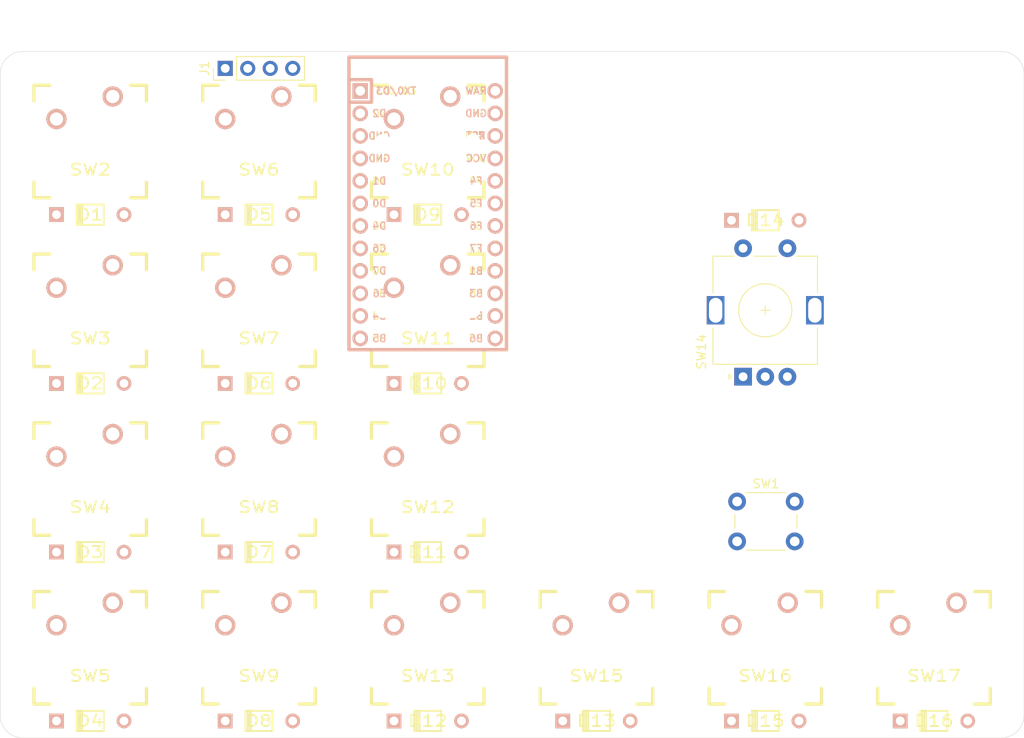
<source format=kicad_pcb>
(kicad_pcb (version 20171130) (host pcbnew "(5.1.5)-3")

  (general
    (thickness 1.6)
    (drawings 8)
    (tracks 0)
    (zones 0)
    (modules 35)
    (nets 34)
  )

  (page A4)
  (layers
    (0 F.Cu signal)
    (31 B.Cu signal)
    (32 B.Adhes user)
    (33 F.Adhes user)
    (34 B.Paste user)
    (35 F.Paste user)
    (36 B.SilkS user)
    (37 F.SilkS user)
    (38 B.Mask user)
    (39 F.Mask user)
    (40 Dwgs.User user)
    (41 Cmts.User user)
    (42 Eco1.User user)
    (43 Eco2.User user)
    (44 Edge.Cuts user)
    (45 Margin user)
    (46 B.CrtYd user)
    (47 F.CrtYd user)
    (48 B.Fab user)
    (49 F.Fab user)
  )

  (setup
    (last_trace_width 0.25)
    (trace_clearance 0.2)
    (zone_clearance 0.508)
    (zone_45_only no)
    (trace_min 0.2)
    (via_size 0.8)
    (via_drill 0.4)
    (via_min_size 0.4)
    (via_min_drill 0.3)
    (uvia_size 0.3)
    (uvia_drill 0.1)
    (uvias_allowed no)
    (uvia_min_size 0.2)
    (uvia_min_drill 0.1)
    (edge_width 0.05)
    (segment_width 0.2)
    (pcb_text_width 0.3)
    (pcb_text_size 1.5 1.5)
    (mod_edge_width 0.12)
    (mod_text_size 1 1)
    (mod_text_width 0.15)
    (pad_size 1.524 1.524)
    (pad_drill 0.762)
    (pad_to_mask_clearance 0.051)
    (solder_mask_min_width 0.25)
    (aux_axis_origin 0 0)
    (visible_elements FFFFF77F)
    (pcbplotparams
      (layerselection 0x010f0_ffffffff)
      (usegerberextensions false)
      (usegerberattributes true)
      (usegerberadvancedattributes true)
      (creategerberjobfile false)
      (excludeedgelayer true)
      (linewidth 0.100000)
      (plotframeref false)
      (viasonmask false)
      (mode 1)
      (useauxorigin false)
      (hpglpennumber 1)
      (hpglpenspeed 20)
      (hpglpendiameter 15.000000)
      (psnegative false)
      (psa4output false)
      (plotreference false)
      (plotvalue false)
      (plotinvisibletext false)
      (padsonsilk false)
      (subtractmaskfromsilk false)
      (outputformat 1)
      (mirror false)
      (drillshape 0)
      (scaleselection 1)
      (outputdirectory "plots/"))
  )

  (net 0 "")
  (net 1 /ROW_A)
  (net 2 "Net-(D1-Pad2)")
  (net 3 /ROW_B)
  (net 4 "Net-(D2-Pad2)")
  (net 5 /ROW_C)
  (net 6 "Net-(D3-Pad2)")
  (net 7 /ROW_D)
  (net 8 "Net-(D4-Pad2)")
  (net 9 "Net-(D5-Pad2)")
  (net 10 "Net-(D6-Pad2)")
  (net 11 "Net-(D7-Pad2)")
  (net 12 "Net-(D8-Pad2)")
  (net 13 "Net-(D9-Pad2)")
  (net 14 "Net-(D10-Pad2)")
  (net 15 "Net-(D11-Pad2)")
  (net 16 "Net-(D12-Pad2)")
  (net 17 "Net-(D13-Pad2)")
  (net 18 "Net-(D14-Pad2)")
  (net 19 "Net-(D15-Pad2)")
  (net 20 "Net-(D16-Pad2)")
  (net 21 VCC)
  (net 22 /SCL)
  (net 23 /SDA)
  (net 24 GND)
  (net 25 "Net-(SW1-Pad1)")
  (net 26 /COL_A)
  (net 27 /COL_B)
  (net 28 /COL_C)
  (net 29 /COL_D)
  (net 30 /ROT1_A)
  (net 31 /ROT1_B)
  (net 32 /COL_E)
  (net 33 /COL_F)

  (net_class Default "This is the default net class."
    (clearance 0.2)
    (trace_width 0.25)
    (via_dia 0.8)
    (via_drill 0.4)
    (uvia_dia 0.3)
    (uvia_drill 0.1)
    (add_net /COL_A)
    (add_net /COL_B)
    (add_net /COL_C)
    (add_net /COL_D)
    (add_net /COL_E)
    (add_net /COL_F)
    (add_net /ROT1_A)
    (add_net /ROT1_B)
    (add_net /ROW_A)
    (add_net /ROW_B)
    (add_net /ROW_C)
    (add_net /ROW_D)
    (add_net /SCL)
    (add_net /SDA)
    (add_net GND)
    (add_net "Net-(D1-Pad2)")
    (add_net "Net-(D10-Pad2)")
    (add_net "Net-(D11-Pad2)")
    (add_net "Net-(D12-Pad2)")
    (add_net "Net-(D13-Pad2)")
    (add_net "Net-(D14-Pad2)")
    (add_net "Net-(D15-Pad2)")
    (add_net "Net-(D16-Pad2)")
    (add_net "Net-(D2-Pad2)")
    (add_net "Net-(D3-Pad2)")
    (add_net "Net-(D4-Pad2)")
    (add_net "Net-(D5-Pad2)")
    (add_net "Net-(D6-Pad2)")
    (add_net "Net-(D7-Pad2)")
    (add_net "Net-(D8-Pad2)")
    (add_net "Net-(D9-Pad2)")
    (add_net "Net-(SW1-Pad1)")
    (add_net VCC)
  )

  (module Keebio_Parts:ArduinoProMicro (layer F.Cu) (tedit 5B307E4C) (tstamp 5F5A7230)
    (at 92.075 81.28 270)
    (path /5F5954A3)
    (fp_text reference U1 (at 0 1.625 90) (layer F.SilkS) hide
      (effects (font (size 1.27 1.524) (thickness 0.2032)))
    )
    (fp_text value ProMicro (at 0 0 90) (layer F.SilkS) hide
      (effects (font (size 1.27 1.524) (thickness 0.2032)))
    )
    (fp_line (start -12.7 6.35) (end -12.7 8.89) (layer B.SilkS) (width 0.381))
    (fp_line (start -15.24 6.35) (end -12.7 6.35) (layer B.SilkS) (width 0.381))
    (fp_text user D2 (at -11.43 5.461) (layer B.SilkS)
      (effects (font (size 0.8 0.8) (thickness 0.15)) (justify mirror))
    )
    (fp_text user D0 (at -1.27 5.461) (layer B.SilkS)
      (effects (font (size 0.8 0.8) (thickness 0.15)) (justify mirror))
    )
    (fp_text user D1 (at -3.81 5.461) (layer B.SilkS)
      (effects (font (size 0.8 0.8) (thickness 0.15)) (justify mirror))
    )
    (fp_text user GND (at -6.35 5.461) (layer B.SilkS)
      (effects (font (size 0.8 0.8) (thickness 0.15)) (justify mirror))
    )
    (fp_text user GND (at -8.89 5.461) (layer B.SilkS)
      (effects (font (size 0.8 0.8) (thickness 0.15)) (justify mirror))
    )
    (fp_text user D4 (at 1.27 5.461) (layer B.SilkS)
      (effects (font (size 0.8 0.8) (thickness 0.15)) (justify mirror))
    )
    (fp_text user C6 (at 3.81 5.461) (layer B.SilkS)
      (effects (font (size 0.8 0.8) (thickness 0.15)) (justify mirror))
    )
    (fp_text user D7 (at 6.35 5.461) (layer B.SilkS)
      (effects (font (size 0.8 0.8) (thickness 0.15)) (justify mirror))
    )
    (fp_text user E6 (at 8.89 5.461) (layer B.SilkS)
      (effects (font (size 0.8 0.8) (thickness 0.15)) (justify mirror))
    )
    (fp_text user B4 (at 11.43 5.461) (layer B.SilkS)
      (effects (font (size 0.8 0.8) (thickness 0.15)) (justify mirror))
    )
    (fp_text user B5 (at 13.97 5.461) (layer B.SilkS)
      (effects (font (size 0.8 0.8) (thickness 0.15)) (justify mirror))
    )
    (fp_text user B6 (at 13.97 -5.461) (layer B.SilkS)
      (effects (font (size 0.8 0.8) (thickness 0.15)) (justify mirror))
    )
    (fp_text user B2 (at 11.43 -5.461) (layer F.SilkS)
      (effects (font (size 0.8 0.8) (thickness 0.15)))
    )
    (fp_text user B3 (at 8.89 -5.461) (layer B.SilkS)
      (effects (font (size 0.8 0.8) (thickness 0.15)) (justify mirror))
    )
    (fp_text user B1 (at 6.35 -5.461) (layer B.SilkS)
      (effects (font (size 0.8 0.8) (thickness 0.15)) (justify mirror))
    )
    (fp_text user F7 (at 3.81 -5.461) (layer F.SilkS)
      (effects (font (size 0.8 0.8) (thickness 0.15)))
    )
    (fp_text user F6 (at 1.27 -5.461) (layer F.SilkS)
      (effects (font (size 0.8 0.8) (thickness 0.15)))
    )
    (fp_text user F5 (at -1.27 -5.461) (layer F.SilkS)
      (effects (font (size 0.8 0.8) (thickness 0.15)))
    )
    (fp_text user F4 (at -3.81 -5.461) (layer B.SilkS)
      (effects (font (size 0.8 0.8) (thickness 0.15)) (justify mirror))
    )
    (fp_text user VCC (at -6.35 -5.461) (layer B.SilkS)
      (effects (font (size 0.8 0.8) (thickness 0.15)) (justify mirror))
    )
    (fp_text user GND (at -11.43 -5.461) (layer B.SilkS)
      (effects (font (size 0.8 0.8) (thickness 0.15)) (justify mirror))
    )
    (fp_text user RAW (at -13.97 -5.461) (layer B.SilkS)
      (effects (font (size 0.8 0.8) (thickness 0.15)) (justify mirror))
    )
    (fp_text user RAW (at -13.97 -5.461) (layer F.SilkS)
      (effects (font (size 0.8 0.8) (thickness 0.15)))
    )
    (fp_text user GND (at -11.43 -5.461) (layer F.SilkS)
      (effects (font (size 0.8 0.8) (thickness 0.15)))
    )
    (fp_text user ST (at -8.92 -5.73312) (layer F.SilkS)
      (effects (font (size 0.8 0.8) (thickness 0.15)))
    )
    (fp_text user VCC (at -6.35 -5.461) (layer F.SilkS)
      (effects (font (size 0.8 0.8) (thickness 0.15)))
    )
    (fp_text user F4 (at -3.81 -5.461) (layer F.SilkS)
      (effects (font (size 0.8 0.8) (thickness 0.15)))
    )
    (fp_text user F5 (at -1.27 -5.461) (layer B.SilkS)
      (effects (font (size 0.8 0.8) (thickness 0.15)) (justify mirror))
    )
    (fp_text user F6 (at 1.27 -5.461) (layer B.SilkS)
      (effects (font (size 0.8 0.8) (thickness 0.15)) (justify mirror))
    )
    (fp_text user F7 (at 3.81 -5.461) (layer B.SilkS)
      (effects (font (size 0.8 0.8) (thickness 0.15)) (justify mirror))
    )
    (fp_text user B1 (at 6.35 -5.461) (layer F.SilkS)
      (effects (font (size 0.8 0.8) (thickness 0.15)))
    )
    (fp_text user B3 (at 8.89 -5.461) (layer F.SilkS)
      (effects (font (size 0.8 0.8) (thickness 0.15)))
    )
    (fp_text user B2 (at 11.43 -5.461) (layer B.SilkS)
      (effects (font (size 0.8 0.8) (thickness 0.15)) (justify mirror))
    )
    (fp_text user B6 (at 13.97 -5.461) (layer F.SilkS)
      (effects (font (size 0.8 0.8) (thickness 0.15)))
    )
    (fp_text user B5 (at 13.97 5.461) (layer F.SilkS)
      (effects (font (size 0.8 0.8) (thickness 0.15)))
    )
    (fp_text user B4 (at 11.43 5.461) (layer F.SilkS)
      (effects (font (size 0.8 0.8) (thickness 0.15)))
    )
    (fp_text user E6 (at 8.89 5.461) (layer F.SilkS)
      (effects (font (size 0.8 0.8) (thickness 0.15)))
    )
    (fp_text user D7 (at 6.35 5.461) (layer F.SilkS)
      (effects (font (size 0.8 0.8) (thickness 0.15)))
    )
    (fp_text user C6 (at 3.81 5.461) (layer F.SilkS)
      (effects (font (size 0.8 0.8) (thickness 0.15)))
    )
    (fp_text user D4 (at 1.27 5.461) (layer F.SilkS)
      (effects (font (size 0.8 0.8) (thickness 0.15)))
    )
    (fp_text user GND (at -8.89 5.461) (layer F.SilkS)
      (effects (font (size 0.8 0.8) (thickness 0.15)))
    )
    (fp_text user GND (at -6.35 5.461) (layer F.SilkS)
      (effects (font (size 0.8 0.8) (thickness 0.15)))
    )
    (fp_text user D1 (at -3.81 5.461) (layer F.SilkS)
      (effects (font (size 0.8 0.8) (thickness 0.15)))
    )
    (fp_text user D0 (at -1.27 5.461) (layer F.SilkS)
      (effects (font (size 0.8 0.8) (thickness 0.15)))
    )
    (fp_text user D2 (at -11.43 5.461) (layer F.SilkS)
      (effects (font (size 0.8 0.8) (thickness 0.15)))
    )
    (fp_text user TX0/D3 (at -13.97 3.571872) (layer B.SilkS)
      (effects (font (size 0.8 0.8) (thickness 0.15)) (justify mirror))
    )
    (fp_text user TX0/D3 (at -13.97 3.571872) (layer F.SilkS)
      (effects (font (size 0.8 0.8) (thickness 0.15)))
    )
    (fp_line (start -15.24 8.89) (end 15.24 8.89) (layer F.SilkS) (width 0.381))
    (fp_line (start 15.24 8.89) (end 15.24 -8.89) (layer F.SilkS) (width 0.381))
    (fp_line (start 15.24 -8.89) (end -15.24 -8.89) (layer F.SilkS) (width 0.381))
    (fp_line (start -15.24 6.35) (end -12.7 6.35) (layer F.SilkS) (width 0.381))
    (fp_line (start -12.7 6.35) (end -12.7 8.89) (layer F.SilkS) (width 0.381))
    (fp_poly (pts (xy -9.36064 -4.931568) (xy -9.06064 -4.931568) (xy -9.06064 -4.831568) (xy -9.36064 -4.831568)) (layer F.SilkS) (width 0.15))
    (fp_poly (pts (xy -8.96064 -4.731568) (xy -8.86064 -4.731568) (xy -8.86064 -4.631568) (xy -8.96064 -4.631568)) (layer F.SilkS) (width 0.15))
    (fp_poly (pts (xy -9.36064 -4.931568) (xy -9.26064 -4.931568) (xy -9.26064 -4.431568) (xy -9.36064 -4.431568)) (layer F.SilkS) (width 0.15))
    (fp_poly (pts (xy -9.36064 -4.531568) (xy -8.56064 -4.531568) (xy -8.56064 -4.431568) (xy -9.36064 -4.431568)) (layer F.SilkS) (width 0.15))
    (fp_poly (pts (xy -8.76064 -4.931568) (xy -8.56064 -4.931568) (xy -8.56064 -4.831568) (xy -8.76064 -4.831568)) (layer F.SilkS) (width 0.15))
    (fp_text user ST (at -8.91 -5.04) (layer B.SilkS)
      (effects (font (size 0.8 0.8) (thickness 0.15)) (justify mirror))
    )
    (fp_poly (pts (xy -8.95097 -6.044635) (xy -8.85097 -6.044635) (xy -8.85097 -6.144635) (xy -8.95097 -6.144635)) (layer B.SilkS) (width 0.15))
    (fp_poly (pts (xy -9.35097 -6.244635) (xy -8.55097 -6.244635) (xy -8.55097 -6.344635) (xy -9.35097 -6.344635)) (layer B.SilkS) (width 0.15))
    (fp_poly (pts (xy -8.75097 -5.844635) (xy -8.55097 -5.844635) (xy -8.55097 -5.944635) (xy -8.75097 -5.944635)) (layer B.SilkS) (width 0.15))
    (fp_poly (pts (xy -9.35097 -5.844635) (xy -9.05097 -5.844635) (xy -9.05097 -5.944635) (xy -9.35097 -5.944635)) (layer B.SilkS) (width 0.15))
    (fp_poly (pts (xy -9.35097 -5.844635) (xy -9.25097 -5.844635) (xy -9.25097 -6.344635) (xy -9.35097 -6.344635)) (layer B.SilkS) (width 0.15))
    (fp_line (start 15.24 -8.89) (end -17.78 -8.89) (layer B.SilkS) (width 0.381))
    (fp_line (start 15.24 8.89) (end 15.24 -8.89) (layer B.SilkS) (width 0.381))
    (fp_line (start -17.78 8.89) (end 15.24 8.89) (layer B.SilkS) (width 0.381))
    (fp_line (start -17.78 -8.89) (end -17.78 8.89) (layer B.SilkS) (width 0.381))
    (fp_line (start -15.24 -8.89) (end -17.78 -8.89) (layer F.SilkS) (width 0.381))
    (fp_line (start -17.78 -8.89) (end -17.78 8.89) (layer F.SilkS) (width 0.381))
    (fp_line (start -17.78 8.89) (end -15.24 8.89) (layer F.SilkS) (width 0.381))
    (fp_line (start -14.224 -3.556) (end -14.224 3.81) (layer Dwgs.User) (width 0.2))
    (fp_line (start -14.224 3.81) (end -19.304 3.81) (layer Dwgs.User) (width 0.2))
    (fp_line (start -19.304 3.81) (end -19.304 -3.556) (layer Dwgs.User) (width 0.2))
    (fp_line (start -19.304 -3.556) (end -14.224 -3.556) (layer Dwgs.User) (width 0.2))
    (fp_line (start -15.24 6.35) (end -15.24 8.89) (layer B.SilkS) (width 0.381))
    (fp_line (start -15.24 6.35) (end -15.24 8.89) (layer F.SilkS) (width 0.381))
    (pad 1 thru_hole rect (at -13.97 7.62 270) (size 1.7526 1.7526) (drill 1.0922) (layers *.Cu *.SilkS *.Mask))
    (pad 2 thru_hole circle (at -11.43 7.62 270) (size 1.7526 1.7526) (drill 1.0922) (layers *.Cu *.SilkS *.Mask))
    (pad 3 thru_hole circle (at -8.89 7.62 270) (size 1.7526 1.7526) (drill 1.0922) (layers *.Cu *.SilkS *.Mask)
      (net 24 GND))
    (pad 4 thru_hole circle (at -6.35 7.62 270) (size 1.7526 1.7526) (drill 1.0922) (layers *.Cu *.SilkS *.Mask)
      (net 24 GND))
    (pad 5 thru_hole circle (at -3.81 7.62 270) (size 1.7526 1.7526) (drill 1.0922) (layers *.Cu *.SilkS *.Mask)
      (net 22 /SCL))
    (pad 6 thru_hole circle (at -1.27 7.62 270) (size 1.7526 1.7526) (drill 1.0922) (layers *.Cu *.SilkS *.Mask)
      (net 23 /SDA))
    (pad 7 thru_hole circle (at 1.27 7.62 270) (size 1.7526 1.7526) (drill 1.0922) (layers *.Cu *.SilkS *.Mask)
      (net 1 /ROW_A))
    (pad 8 thru_hole circle (at 3.81 7.62 270) (size 1.7526 1.7526) (drill 1.0922) (layers *.Cu *.SilkS *.Mask)
      (net 3 /ROW_B))
    (pad 9 thru_hole circle (at 6.35 7.62 270) (size 1.7526 1.7526) (drill 1.0922) (layers *.Cu *.SilkS *.Mask)
      (net 5 /ROW_C))
    (pad 10 thru_hole circle (at 8.89 7.62 270) (size 1.7526 1.7526) (drill 1.0922) (layers *.Cu *.SilkS *.Mask)
      (net 7 /ROW_D))
    (pad 11 thru_hole circle (at 11.43 7.62 270) (size 1.7526 1.7526) (drill 1.0922) (layers *.Cu *.SilkS *.Mask)
      (net 26 /COL_A))
    (pad 13 thru_hole circle (at 13.97 -7.62 270) (size 1.7526 1.7526) (drill 1.0922) (layers *.Cu *.SilkS *.Mask)
      (net 28 /COL_C))
    (pad 14 thru_hole circle (at 11.43 -7.62 270) (size 1.7526 1.7526) (drill 1.0922) (layers *.Cu *.SilkS *.Mask)
      (net 29 /COL_D))
    (pad 15 thru_hole circle (at 8.89 -7.62 270) (size 1.7526 1.7526) (drill 1.0922) (layers *.Cu *.SilkS *.Mask)
      (net 32 /COL_E))
    (pad 16 thru_hole circle (at 6.35 -7.62 270) (size 1.7526 1.7526) (drill 1.0922) (layers *.Cu *.SilkS *.Mask)
      (net 33 /COL_F))
    (pad 17 thru_hole circle (at 3.81 -7.62 270) (size 1.7526 1.7526) (drill 1.0922) (layers *.Cu *.SilkS *.Mask)
      (net 30 /ROT1_A))
    (pad 18 thru_hole circle (at 1.27 -7.62 270) (size 1.7526 1.7526) (drill 1.0922) (layers *.Cu *.SilkS *.Mask)
      (net 31 /ROT1_B))
    (pad 19 thru_hole circle (at -1.27 -7.62 270) (size 1.7526 1.7526) (drill 1.0922) (layers *.Cu *.SilkS *.Mask))
    (pad 20 thru_hole circle (at -3.81 -7.62 270) (size 1.7526 1.7526) (drill 1.0922) (layers *.Cu *.SilkS *.Mask))
    (pad 21 thru_hole circle (at -6.35 -7.62 270) (size 1.7526 1.7526) (drill 1.0922) (layers *.Cu *.SilkS *.Mask)
      (net 21 VCC))
    (pad 22 thru_hole circle (at -8.89 -7.62 270) (size 1.7526 1.7526) (drill 1.0922) (layers *.Cu *.SilkS *.Mask)
      (net 25 "Net-(SW1-Pad1)"))
    (pad 23 thru_hole circle (at -11.43 -7.62 270) (size 1.7526 1.7526) (drill 1.0922) (layers *.Cu *.SilkS *.Mask)
      (net 24 GND))
    (pad 12 thru_hole circle (at 13.97 7.62 270) (size 1.7526 1.7526) (drill 1.0922) (layers *.Cu *.SilkS *.Mask)
      (net 27 /COL_B))
    (pad 24 thru_hole circle (at -13.97 -7.62 270) (size 1.7526 1.7526) (drill 1.0922) (layers *.Cu *.SilkS *.Mask))
    (model /Users/danny/Documents/proj/custom-keyboard/kicad-libs/3d_models/ArduinoProMicro.wrl
      (offset (xyz -13.96999979019165 -7.619999885559082 -5.841999912261963))
      (scale (xyz 0.395 0.395 0.395))
      (rotate (xyz 90 180 180))
    )
  )

  (module TheKeebrary:MX_PCB_100H (layer F.Cu) (tedit 549A0505) (tstamp 5F5A722D)
    (at 149.225 130.175)
    (path /5F59F26E)
    (fp_text reference SW17 (at 0 3.175) (layer F.SilkS)
      (effects (font (size 1.27 1.524) (thickness 0.2032)))
    )
    (fp_text value SW_Push (at 0 5.08) (layer F.SilkS) hide
      (effects (font (size 1.27 1.524) (thickness 0.2032)))
    )
    (fp_text user 1.00u (at -5.715 8.255) (layer Dwgs.User)
      (effects (font (size 1.524 1.524) (thickness 0.3048)))
    )
    (fp_line (start -6.35 -6.35) (end 6.35 -6.35) (layer Cmts.User) (width 0.1524))
    (fp_line (start 6.35 -6.35) (end 6.35 6.35) (layer Cmts.User) (width 0.1524))
    (fp_line (start 6.35 6.35) (end -6.35 6.35) (layer Cmts.User) (width 0.1524))
    (fp_line (start -6.35 6.35) (end -6.35 -6.35) (layer Cmts.User) (width 0.1524))
    (fp_line (start -9.398 -9.398) (end 9.398 -9.398) (layer Dwgs.User) (width 0.1524))
    (fp_line (start 9.398 -9.398) (end 9.398 9.398) (layer Dwgs.User) (width 0.1524))
    (fp_line (start 9.398 9.398) (end -9.398 9.398) (layer Dwgs.User) (width 0.1524))
    (fp_line (start -9.398 9.398) (end -9.398 -9.398) (layer Dwgs.User) (width 0.1524))
    (fp_line (start -6.35 -6.35) (end -4.572 -6.35) (layer F.SilkS) (width 0.381))
    (fp_line (start 4.572 -6.35) (end 6.35 -6.35) (layer F.SilkS) (width 0.381))
    (fp_line (start 6.35 -6.35) (end 6.35 -4.572) (layer F.SilkS) (width 0.381))
    (fp_line (start 6.35 4.572) (end 6.35 6.35) (layer F.SilkS) (width 0.381))
    (fp_line (start 6.35 6.35) (end 4.572 6.35) (layer F.SilkS) (width 0.381))
    (fp_line (start -4.572 6.35) (end -6.35 6.35) (layer F.SilkS) (width 0.381))
    (fp_line (start -6.35 6.35) (end -6.35 4.572) (layer F.SilkS) (width 0.381))
    (fp_line (start -6.35 -4.572) (end -6.35 -6.35) (layer F.SilkS) (width 0.381))
    (fp_line (start -6.985 -6.985) (end 6.985 -6.985) (layer Eco2.User) (width 0.1524))
    (fp_line (start 6.985 -6.985) (end 6.985 6.985) (layer Eco2.User) (width 0.1524))
    (fp_line (start 6.985 6.985) (end -6.985 6.985) (layer Eco2.User) (width 0.1524))
    (fp_line (start -6.985 6.985) (end -6.985 -6.985) (layer Eco2.User) (width 0.1524))
    (pad 1 thru_hole circle (at 2.54 -5.08) (size 2.286 2.286) (drill 1.4986) (layers *.Cu *.SilkS *.Mask)
      (net 33 /COL_F))
    (pad 2 thru_hole circle (at -3.81 -2.54) (size 2.286 2.286) (drill 1.4986) (layers *.Cu *.SilkS *.Mask)
      (net 20 "Net-(D16-Pad2)"))
    (pad HOLE np_thru_hole circle (at 0 0) (size 3.9878 3.9878) (drill 3.9878) (layers *.Cu))
    (pad HOLE np_thru_hole circle (at -5.08 0) (size 1.7018 1.7018) (drill 1.7018) (layers *.Cu))
    (pad HOLE np_thru_hole circle (at 5.08 0) (size 1.7018 1.7018) (drill 1.7018) (layers *.Cu))
  )

  (module TheKeebrary:MX_PCB_100H (layer F.Cu) (tedit 549A0505) (tstamp 5F5A7227)
    (at 130.175 130.175)
    (path /5F59EB52)
    (fp_text reference SW16 (at 0 3.175) (layer F.SilkS)
      (effects (font (size 1.27 1.524) (thickness 0.2032)))
    )
    (fp_text value SW_Push (at 0 5.08) (layer F.SilkS) hide
      (effects (font (size 1.27 1.524) (thickness 0.2032)))
    )
    (fp_text user 1.00u (at -5.715 8.255) (layer Dwgs.User)
      (effects (font (size 1.524 1.524) (thickness 0.3048)))
    )
    (fp_line (start -6.35 -6.35) (end 6.35 -6.35) (layer Cmts.User) (width 0.1524))
    (fp_line (start 6.35 -6.35) (end 6.35 6.35) (layer Cmts.User) (width 0.1524))
    (fp_line (start 6.35 6.35) (end -6.35 6.35) (layer Cmts.User) (width 0.1524))
    (fp_line (start -6.35 6.35) (end -6.35 -6.35) (layer Cmts.User) (width 0.1524))
    (fp_line (start -9.398 -9.398) (end 9.398 -9.398) (layer Dwgs.User) (width 0.1524))
    (fp_line (start 9.398 -9.398) (end 9.398 9.398) (layer Dwgs.User) (width 0.1524))
    (fp_line (start 9.398 9.398) (end -9.398 9.398) (layer Dwgs.User) (width 0.1524))
    (fp_line (start -9.398 9.398) (end -9.398 -9.398) (layer Dwgs.User) (width 0.1524))
    (fp_line (start -6.35 -6.35) (end -4.572 -6.35) (layer F.SilkS) (width 0.381))
    (fp_line (start 4.572 -6.35) (end 6.35 -6.35) (layer F.SilkS) (width 0.381))
    (fp_line (start 6.35 -6.35) (end 6.35 -4.572) (layer F.SilkS) (width 0.381))
    (fp_line (start 6.35 4.572) (end 6.35 6.35) (layer F.SilkS) (width 0.381))
    (fp_line (start 6.35 6.35) (end 4.572 6.35) (layer F.SilkS) (width 0.381))
    (fp_line (start -4.572 6.35) (end -6.35 6.35) (layer F.SilkS) (width 0.381))
    (fp_line (start -6.35 6.35) (end -6.35 4.572) (layer F.SilkS) (width 0.381))
    (fp_line (start -6.35 -4.572) (end -6.35 -6.35) (layer F.SilkS) (width 0.381))
    (fp_line (start -6.985 -6.985) (end 6.985 -6.985) (layer Eco2.User) (width 0.1524))
    (fp_line (start 6.985 -6.985) (end 6.985 6.985) (layer Eco2.User) (width 0.1524))
    (fp_line (start 6.985 6.985) (end -6.985 6.985) (layer Eco2.User) (width 0.1524))
    (fp_line (start -6.985 6.985) (end -6.985 -6.985) (layer Eco2.User) (width 0.1524))
    (pad 1 thru_hole circle (at 2.54 -5.08) (size 2.286 2.286) (drill 1.4986) (layers *.Cu *.SilkS *.Mask)
      (net 32 /COL_E))
    (pad 2 thru_hole circle (at -3.81 -2.54) (size 2.286 2.286) (drill 1.4986) (layers *.Cu *.SilkS *.Mask)
      (net 19 "Net-(D15-Pad2)"))
    (pad HOLE np_thru_hole circle (at 0 0) (size 3.9878 3.9878) (drill 3.9878) (layers *.Cu))
    (pad HOLE np_thru_hole circle (at -5.08 0) (size 1.7018 1.7018) (drill 1.7018) (layers *.Cu))
    (pad HOLE np_thru_hole circle (at 5.08 0) (size 1.7018 1.7018) (drill 1.7018) (layers *.Cu))
  )

  (module TheKeebrary:MX_PCB_100H (layer F.Cu) (tedit 549A0505) (tstamp 5F5A721E)
    (at 111.125 130.175)
    (path /5F59DB8E)
    (fp_text reference SW15 (at 0 3.175) (layer F.SilkS)
      (effects (font (size 1.27 1.524) (thickness 0.2032)))
    )
    (fp_text value SW_Push (at 0 5.08) (layer F.SilkS) hide
      (effects (font (size 1.27 1.524) (thickness 0.2032)))
    )
    (fp_text user 1.00u (at -5.715 8.255) (layer Dwgs.User)
      (effects (font (size 1.524 1.524) (thickness 0.3048)))
    )
    (fp_line (start -6.35 -6.35) (end 6.35 -6.35) (layer Cmts.User) (width 0.1524))
    (fp_line (start 6.35 -6.35) (end 6.35 6.35) (layer Cmts.User) (width 0.1524))
    (fp_line (start 6.35 6.35) (end -6.35 6.35) (layer Cmts.User) (width 0.1524))
    (fp_line (start -6.35 6.35) (end -6.35 -6.35) (layer Cmts.User) (width 0.1524))
    (fp_line (start -9.398 -9.398) (end 9.398 -9.398) (layer Dwgs.User) (width 0.1524))
    (fp_line (start 9.398 -9.398) (end 9.398 9.398) (layer Dwgs.User) (width 0.1524))
    (fp_line (start 9.398 9.398) (end -9.398 9.398) (layer Dwgs.User) (width 0.1524))
    (fp_line (start -9.398 9.398) (end -9.398 -9.398) (layer Dwgs.User) (width 0.1524))
    (fp_line (start -6.35 -6.35) (end -4.572 -6.35) (layer F.SilkS) (width 0.381))
    (fp_line (start 4.572 -6.35) (end 6.35 -6.35) (layer F.SilkS) (width 0.381))
    (fp_line (start 6.35 -6.35) (end 6.35 -4.572) (layer F.SilkS) (width 0.381))
    (fp_line (start 6.35 4.572) (end 6.35 6.35) (layer F.SilkS) (width 0.381))
    (fp_line (start 6.35 6.35) (end 4.572 6.35) (layer F.SilkS) (width 0.381))
    (fp_line (start -4.572 6.35) (end -6.35 6.35) (layer F.SilkS) (width 0.381))
    (fp_line (start -6.35 6.35) (end -6.35 4.572) (layer F.SilkS) (width 0.381))
    (fp_line (start -6.35 -4.572) (end -6.35 -6.35) (layer F.SilkS) (width 0.381))
    (fp_line (start -6.985 -6.985) (end 6.985 -6.985) (layer Eco2.User) (width 0.1524))
    (fp_line (start 6.985 -6.985) (end 6.985 6.985) (layer Eco2.User) (width 0.1524))
    (fp_line (start 6.985 6.985) (end -6.985 6.985) (layer Eco2.User) (width 0.1524))
    (fp_line (start -6.985 6.985) (end -6.985 -6.985) (layer Eco2.User) (width 0.1524))
    (pad 1 thru_hole circle (at 2.54 -5.08) (size 2.286 2.286) (drill 1.4986) (layers *.Cu *.SilkS *.Mask)
      (net 29 /COL_D))
    (pad 2 thru_hole circle (at -3.81 -2.54) (size 2.286 2.286) (drill 1.4986) (layers *.Cu *.SilkS *.Mask)
      (net 17 "Net-(D13-Pad2)"))
    (pad HOLE np_thru_hole circle (at 0 0) (size 3.9878 3.9878) (drill 3.9878) (layers *.Cu))
    (pad HOLE np_thru_hole circle (at -5.08 0) (size 1.7018 1.7018) (drill 1.7018) (layers *.Cu))
    (pad HOLE np_thru_hole circle (at 5.08 0) (size 1.7018 1.7018) (drill 1.7018) (layers *.Cu))
  )

  (module Keebio_Parts:RotaryEncoder_Alps_EC11E-Switch_Vertical_H20mm (layer F.Cu) (tedit 5CA39399) (tstamp 5F5A721B)
    (at 130.175 92.075 90)
    (descr "Alps rotary encoder, EC12E... with switch, vertical shaft, http://www.alps.com/prod/info/E/HTML/Encoder/Incremental/EC11/EC11E15204A3.html")
    (tags "rotary encoder")
    (path /5F5EEC46)
    (fp_text reference SW14 (at -4.7 -7.2 90) (layer F.SilkS)
      (effects (font (size 1 1) (thickness 0.15)))
    )
    (fp_text value Rotary_Encoder_Switch (at 0 7.9 90) (layer F.Fab)
      (effects (font (size 1 1) (thickness 0.15)))
    )
    (fp_circle (center 0 0) (end 3 0) (layer F.Fab) (width 0.12))
    (fp_circle (center 0 0) (end 3 0) (layer F.SilkS) (width 0.12))
    (fp_line (start 8.5 7.1) (end -9 7.1) (layer F.CrtYd) (width 0.05))
    (fp_line (start 8.5 7.1) (end 8.5 -7.1) (layer F.CrtYd) (width 0.05))
    (fp_line (start -9 -7.1) (end -9 7.1) (layer F.CrtYd) (width 0.05))
    (fp_line (start -9 -7.1) (end 8.5 -7.1) (layer F.CrtYd) (width 0.05))
    (fp_line (start -5 -5.8) (end 6 -5.8) (layer F.Fab) (width 0.12))
    (fp_line (start 6 -5.8) (end 6 5.8) (layer F.Fab) (width 0.12))
    (fp_line (start 6 5.8) (end -6 5.8) (layer F.Fab) (width 0.12))
    (fp_line (start -6 5.8) (end -6 -4.7) (layer F.Fab) (width 0.12))
    (fp_line (start -6 -4.7) (end -5 -5.8) (layer F.Fab) (width 0.12))
    (fp_line (start 2 -5.9) (end 6.1 -5.9) (layer F.SilkS) (width 0.12))
    (fp_line (start 6.1 5.9) (end 2 5.9) (layer F.SilkS) (width 0.12))
    (fp_line (start -2 5.9) (end -6.1 5.9) (layer F.SilkS) (width 0.12))
    (fp_line (start -2 -5.9) (end -6.1 -5.9) (layer F.SilkS) (width 0.12))
    (fp_line (start -6.1 -5.9) (end -6.1 5.9) (layer F.SilkS) (width 0.12))
    (fp_line (start -7.5 -3.8) (end -7.8 -4.1) (layer F.SilkS) (width 0.12))
    (fp_line (start -7.8 -4.1) (end -7.2 -4.1) (layer F.SilkS) (width 0.12))
    (fp_line (start -7.2 -4.1) (end -7.5 -3.8) (layer F.SilkS) (width 0.12))
    (fp_line (start 0 -3) (end 0 3) (layer F.Fab) (width 0.12))
    (fp_line (start -3 0) (end 3 0) (layer F.Fab) (width 0.12))
    (fp_line (start 6.1 -5.9) (end 6.1 -3.5) (layer F.SilkS) (width 0.12))
    (fp_line (start 6.1 -1.3) (end 6.1 1.3) (layer F.SilkS) (width 0.12))
    (fp_line (start 6.1 3.5) (end 6.1 5.9) (layer F.SilkS) (width 0.12))
    (fp_line (start 0 -0.5) (end 0 0.5) (layer F.SilkS) (width 0.12))
    (fp_line (start -0.5 0) (end 0.5 0) (layer F.SilkS) (width 0.12))
    (fp_text user %R (at 3.6 3.8 90) (layer F.Fab)
      (effects (font (size 1 1) (thickness 0.15)))
    )
    (pad A thru_hole rect (at -7.5 -2.5 90) (size 2 2) (drill 1) (layers *.Cu *.Mask)
      (net 30 /ROT1_A))
    (pad C thru_hole circle (at -7.5 0 90) (size 2 2) (drill 1) (layers *.Cu *.Mask)
      (net 24 GND))
    (pad B thru_hole circle (at -7.5 2.5 90) (size 2 2) (drill 1) (layers *.Cu *.Mask)
      (net 31 /ROT1_B))
    (pad MP thru_hole rect (at 0 -5.6 90) (size 3.2 2) (drill oval 2.8 1.5) (layers *.Cu *.Mask))
    (pad MP thru_hole rect (at 0 5.6 90) (size 3.2 2) (drill oval 2.8 1.5) (layers *.Cu *.Mask))
    (pad S2 thru_hole circle (at 7 -2.5 90) (size 2 2) (drill 1) (layers *.Cu *.Mask)
      (net 18 "Net-(D14-Pad2)"))
    (pad S1 thru_hole circle (at 7 2.5 90) (size 2 2) (drill 1) (layers *.Cu *.Mask)
      (net 29 /COL_D))
    (model ${KISYS3DMOD}/Rotary_Encoder.3dshapes/RotaryEncoder_Alps_EC11E-Switch_Vertical_H20mm.wrl
      (at (xyz 0 0 0))
      (scale (xyz 1 1 1))
      (rotate (xyz 0 0 0))
    )
  )

  (module TheKeebrary:MX_PCB_100H (layer F.Cu) (tedit 549A0505) (tstamp 5F5A7215)
    (at 92.075 130.175)
    (path /5F59AB38)
    (fp_text reference SW13 (at 0 3.175) (layer F.SilkS)
      (effects (font (size 1.27 1.524) (thickness 0.2032)))
    )
    (fp_text value SW_Push (at 0 5.08) (layer F.SilkS) hide
      (effects (font (size 1.27 1.524) (thickness 0.2032)))
    )
    (fp_text user 1.00u (at -5.715 8.255) (layer Dwgs.User)
      (effects (font (size 1.524 1.524) (thickness 0.3048)))
    )
    (fp_line (start -6.35 -6.35) (end 6.35 -6.35) (layer Cmts.User) (width 0.1524))
    (fp_line (start 6.35 -6.35) (end 6.35 6.35) (layer Cmts.User) (width 0.1524))
    (fp_line (start 6.35 6.35) (end -6.35 6.35) (layer Cmts.User) (width 0.1524))
    (fp_line (start -6.35 6.35) (end -6.35 -6.35) (layer Cmts.User) (width 0.1524))
    (fp_line (start -9.398 -9.398) (end 9.398 -9.398) (layer Dwgs.User) (width 0.1524))
    (fp_line (start 9.398 -9.398) (end 9.398 9.398) (layer Dwgs.User) (width 0.1524))
    (fp_line (start 9.398 9.398) (end -9.398 9.398) (layer Dwgs.User) (width 0.1524))
    (fp_line (start -9.398 9.398) (end -9.398 -9.398) (layer Dwgs.User) (width 0.1524))
    (fp_line (start -6.35 -6.35) (end -4.572 -6.35) (layer F.SilkS) (width 0.381))
    (fp_line (start 4.572 -6.35) (end 6.35 -6.35) (layer F.SilkS) (width 0.381))
    (fp_line (start 6.35 -6.35) (end 6.35 -4.572) (layer F.SilkS) (width 0.381))
    (fp_line (start 6.35 4.572) (end 6.35 6.35) (layer F.SilkS) (width 0.381))
    (fp_line (start 6.35 6.35) (end 4.572 6.35) (layer F.SilkS) (width 0.381))
    (fp_line (start -4.572 6.35) (end -6.35 6.35) (layer F.SilkS) (width 0.381))
    (fp_line (start -6.35 6.35) (end -6.35 4.572) (layer F.SilkS) (width 0.381))
    (fp_line (start -6.35 -4.572) (end -6.35 -6.35) (layer F.SilkS) (width 0.381))
    (fp_line (start -6.985 -6.985) (end 6.985 -6.985) (layer Eco2.User) (width 0.1524))
    (fp_line (start 6.985 -6.985) (end 6.985 6.985) (layer Eco2.User) (width 0.1524))
    (fp_line (start 6.985 6.985) (end -6.985 6.985) (layer Eco2.User) (width 0.1524))
    (fp_line (start -6.985 6.985) (end -6.985 -6.985) (layer Eco2.User) (width 0.1524))
    (pad 1 thru_hole circle (at 2.54 -5.08) (size 2.286 2.286) (drill 1.4986) (layers *.Cu *.SilkS *.Mask)
      (net 28 /COL_C))
    (pad 2 thru_hole circle (at -3.81 -2.54) (size 2.286 2.286) (drill 1.4986) (layers *.Cu *.SilkS *.Mask)
      (net 16 "Net-(D12-Pad2)"))
    (pad HOLE np_thru_hole circle (at 0 0) (size 3.9878 3.9878) (drill 3.9878) (layers *.Cu))
    (pad HOLE np_thru_hole circle (at -5.08 0) (size 1.7018 1.7018) (drill 1.7018) (layers *.Cu))
    (pad HOLE np_thru_hole circle (at 5.08 0) (size 1.7018 1.7018) (drill 1.7018) (layers *.Cu))
  )

  (module TheKeebrary:MX_PCB_100H (layer F.Cu) (tedit 549A0505) (tstamp 5F5A7212)
    (at 92.075 111.125)
    (path /5F59B4A2)
    (fp_text reference SW12 (at 0 3.175) (layer F.SilkS)
      (effects (font (size 1.27 1.524) (thickness 0.2032)))
    )
    (fp_text value SW_Push (at 0 5.08) (layer F.SilkS) hide
      (effects (font (size 1.27 1.524) (thickness 0.2032)))
    )
    (fp_text user 1.00u (at -5.715 8.255) (layer Dwgs.User)
      (effects (font (size 1.524 1.524) (thickness 0.3048)))
    )
    (fp_line (start -6.35 -6.35) (end 6.35 -6.35) (layer Cmts.User) (width 0.1524))
    (fp_line (start 6.35 -6.35) (end 6.35 6.35) (layer Cmts.User) (width 0.1524))
    (fp_line (start 6.35 6.35) (end -6.35 6.35) (layer Cmts.User) (width 0.1524))
    (fp_line (start -6.35 6.35) (end -6.35 -6.35) (layer Cmts.User) (width 0.1524))
    (fp_line (start -9.398 -9.398) (end 9.398 -9.398) (layer Dwgs.User) (width 0.1524))
    (fp_line (start 9.398 -9.398) (end 9.398 9.398) (layer Dwgs.User) (width 0.1524))
    (fp_line (start 9.398 9.398) (end -9.398 9.398) (layer Dwgs.User) (width 0.1524))
    (fp_line (start -9.398 9.398) (end -9.398 -9.398) (layer Dwgs.User) (width 0.1524))
    (fp_line (start -6.35 -6.35) (end -4.572 -6.35) (layer F.SilkS) (width 0.381))
    (fp_line (start 4.572 -6.35) (end 6.35 -6.35) (layer F.SilkS) (width 0.381))
    (fp_line (start 6.35 -6.35) (end 6.35 -4.572) (layer F.SilkS) (width 0.381))
    (fp_line (start 6.35 4.572) (end 6.35 6.35) (layer F.SilkS) (width 0.381))
    (fp_line (start 6.35 6.35) (end 4.572 6.35) (layer F.SilkS) (width 0.381))
    (fp_line (start -4.572 6.35) (end -6.35 6.35) (layer F.SilkS) (width 0.381))
    (fp_line (start -6.35 6.35) (end -6.35 4.572) (layer F.SilkS) (width 0.381))
    (fp_line (start -6.35 -4.572) (end -6.35 -6.35) (layer F.SilkS) (width 0.381))
    (fp_line (start -6.985 -6.985) (end 6.985 -6.985) (layer Eco2.User) (width 0.1524))
    (fp_line (start 6.985 -6.985) (end 6.985 6.985) (layer Eco2.User) (width 0.1524))
    (fp_line (start 6.985 6.985) (end -6.985 6.985) (layer Eco2.User) (width 0.1524))
    (fp_line (start -6.985 6.985) (end -6.985 -6.985) (layer Eco2.User) (width 0.1524))
    (pad 1 thru_hole circle (at 2.54 -5.08) (size 2.286 2.286) (drill 1.4986) (layers *.Cu *.SilkS *.Mask)
      (net 28 /COL_C))
    (pad 2 thru_hole circle (at -3.81 -2.54) (size 2.286 2.286) (drill 1.4986) (layers *.Cu *.SilkS *.Mask)
      (net 15 "Net-(D11-Pad2)"))
    (pad HOLE np_thru_hole circle (at 0 0) (size 3.9878 3.9878) (drill 3.9878) (layers *.Cu))
    (pad HOLE np_thru_hole circle (at -5.08 0) (size 1.7018 1.7018) (drill 1.7018) (layers *.Cu))
    (pad HOLE np_thru_hole circle (at 5.08 0) (size 1.7018 1.7018) (drill 1.7018) (layers *.Cu))
  )

  (module TheKeebrary:MX_PCB_100H (layer F.Cu) (tedit 549A0505) (tstamp 5F5A720F)
    (at 92.075 92.075)
    (path /5F59BA39)
    (fp_text reference SW11 (at 0 3.175) (layer F.SilkS)
      (effects (font (size 1.27 1.524) (thickness 0.2032)))
    )
    (fp_text value SW_Push (at 0 5.08) (layer F.SilkS) hide
      (effects (font (size 1.27 1.524) (thickness 0.2032)))
    )
    (fp_text user 1.00u (at -5.715 8.255) (layer Dwgs.User)
      (effects (font (size 1.524 1.524) (thickness 0.3048)))
    )
    (fp_line (start -6.35 -6.35) (end 6.35 -6.35) (layer Cmts.User) (width 0.1524))
    (fp_line (start 6.35 -6.35) (end 6.35 6.35) (layer Cmts.User) (width 0.1524))
    (fp_line (start 6.35 6.35) (end -6.35 6.35) (layer Cmts.User) (width 0.1524))
    (fp_line (start -6.35 6.35) (end -6.35 -6.35) (layer Cmts.User) (width 0.1524))
    (fp_line (start -9.398 -9.398) (end 9.398 -9.398) (layer Dwgs.User) (width 0.1524))
    (fp_line (start 9.398 -9.398) (end 9.398 9.398) (layer Dwgs.User) (width 0.1524))
    (fp_line (start 9.398 9.398) (end -9.398 9.398) (layer Dwgs.User) (width 0.1524))
    (fp_line (start -9.398 9.398) (end -9.398 -9.398) (layer Dwgs.User) (width 0.1524))
    (fp_line (start -6.35 -6.35) (end -4.572 -6.35) (layer F.SilkS) (width 0.381))
    (fp_line (start 4.572 -6.35) (end 6.35 -6.35) (layer F.SilkS) (width 0.381))
    (fp_line (start 6.35 -6.35) (end 6.35 -4.572) (layer F.SilkS) (width 0.381))
    (fp_line (start 6.35 4.572) (end 6.35 6.35) (layer F.SilkS) (width 0.381))
    (fp_line (start 6.35 6.35) (end 4.572 6.35) (layer F.SilkS) (width 0.381))
    (fp_line (start -4.572 6.35) (end -6.35 6.35) (layer F.SilkS) (width 0.381))
    (fp_line (start -6.35 6.35) (end -6.35 4.572) (layer F.SilkS) (width 0.381))
    (fp_line (start -6.35 -4.572) (end -6.35 -6.35) (layer F.SilkS) (width 0.381))
    (fp_line (start -6.985 -6.985) (end 6.985 -6.985) (layer Eco2.User) (width 0.1524))
    (fp_line (start 6.985 -6.985) (end 6.985 6.985) (layer Eco2.User) (width 0.1524))
    (fp_line (start 6.985 6.985) (end -6.985 6.985) (layer Eco2.User) (width 0.1524))
    (fp_line (start -6.985 6.985) (end -6.985 -6.985) (layer Eco2.User) (width 0.1524))
    (pad 1 thru_hole circle (at 2.54 -5.08) (size 2.286 2.286) (drill 1.4986) (layers *.Cu *.SilkS *.Mask)
      (net 28 /COL_C))
    (pad 2 thru_hole circle (at -3.81 -2.54) (size 2.286 2.286) (drill 1.4986) (layers *.Cu *.SilkS *.Mask)
      (net 14 "Net-(D10-Pad2)"))
    (pad HOLE np_thru_hole circle (at 0 0) (size 3.9878 3.9878) (drill 3.9878) (layers *.Cu))
    (pad HOLE np_thru_hole circle (at -5.08 0) (size 1.7018 1.7018) (drill 1.7018) (layers *.Cu))
    (pad HOLE np_thru_hole circle (at 5.08 0) (size 1.7018 1.7018) (drill 1.7018) (layers *.Cu))
  )

  (module TheKeebrary:MX_PCB_100H (layer F.Cu) (tedit 549A0505) (tstamp 5F5A720C)
    (at 92.075 73.025)
    (path /5F59C0A5)
    (fp_text reference SW10 (at 0 3.175) (layer F.SilkS)
      (effects (font (size 1.27 1.524) (thickness 0.2032)))
    )
    (fp_text value SW_Push (at 0 5.08) (layer F.SilkS) hide
      (effects (font (size 1.27 1.524) (thickness 0.2032)))
    )
    (fp_text user 1.00u (at -5.715 8.255) (layer Dwgs.User)
      (effects (font (size 1.524 1.524) (thickness 0.3048)))
    )
    (fp_line (start -6.35 -6.35) (end 6.35 -6.35) (layer Cmts.User) (width 0.1524))
    (fp_line (start 6.35 -6.35) (end 6.35 6.35) (layer Cmts.User) (width 0.1524))
    (fp_line (start 6.35 6.35) (end -6.35 6.35) (layer Cmts.User) (width 0.1524))
    (fp_line (start -6.35 6.35) (end -6.35 -6.35) (layer Cmts.User) (width 0.1524))
    (fp_line (start -9.398 -9.398) (end 9.398 -9.398) (layer Dwgs.User) (width 0.1524))
    (fp_line (start 9.398 -9.398) (end 9.398 9.398) (layer Dwgs.User) (width 0.1524))
    (fp_line (start 9.398 9.398) (end -9.398 9.398) (layer Dwgs.User) (width 0.1524))
    (fp_line (start -9.398 9.398) (end -9.398 -9.398) (layer Dwgs.User) (width 0.1524))
    (fp_line (start -6.35 -6.35) (end -4.572 -6.35) (layer F.SilkS) (width 0.381))
    (fp_line (start 4.572 -6.35) (end 6.35 -6.35) (layer F.SilkS) (width 0.381))
    (fp_line (start 6.35 -6.35) (end 6.35 -4.572) (layer F.SilkS) (width 0.381))
    (fp_line (start 6.35 4.572) (end 6.35 6.35) (layer F.SilkS) (width 0.381))
    (fp_line (start 6.35 6.35) (end 4.572 6.35) (layer F.SilkS) (width 0.381))
    (fp_line (start -4.572 6.35) (end -6.35 6.35) (layer F.SilkS) (width 0.381))
    (fp_line (start -6.35 6.35) (end -6.35 4.572) (layer F.SilkS) (width 0.381))
    (fp_line (start -6.35 -4.572) (end -6.35 -6.35) (layer F.SilkS) (width 0.381))
    (fp_line (start -6.985 -6.985) (end 6.985 -6.985) (layer Eco2.User) (width 0.1524))
    (fp_line (start 6.985 -6.985) (end 6.985 6.985) (layer Eco2.User) (width 0.1524))
    (fp_line (start 6.985 6.985) (end -6.985 6.985) (layer Eco2.User) (width 0.1524))
    (fp_line (start -6.985 6.985) (end -6.985 -6.985) (layer Eco2.User) (width 0.1524))
    (pad 1 thru_hole circle (at 2.54 -5.08) (size 2.286 2.286) (drill 1.4986) (layers *.Cu *.SilkS *.Mask)
      (net 28 /COL_C))
    (pad 2 thru_hole circle (at -3.81 -2.54) (size 2.286 2.286) (drill 1.4986) (layers *.Cu *.SilkS *.Mask)
      (net 13 "Net-(D9-Pad2)"))
    (pad HOLE np_thru_hole circle (at 0 0) (size 3.9878 3.9878) (drill 3.9878) (layers *.Cu))
    (pad HOLE np_thru_hole circle (at -5.08 0) (size 1.7018 1.7018) (drill 1.7018) (layers *.Cu))
    (pad HOLE np_thru_hole circle (at 5.08 0) (size 1.7018 1.7018) (drill 1.7018) (layers *.Cu))
  )

  (module TheKeebrary:MX_PCB_100H (layer F.Cu) (tedit 549A0505) (tstamp 5F5A7209)
    (at 73.025 130.175)
    (path /5F59A2FA)
    (fp_text reference SW9 (at 0 3.175) (layer F.SilkS)
      (effects (font (size 1.27 1.524) (thickness 0.2032)))
    )
    (fp_text value SW_Push (at 0 5.08) (layer F.SilkS) hide
      (effects (font (size 1.27 1.524) (thickness 0.2032)))
    )
    (fp_text user 1.00u (at -5.715 8.255) (layer Dwgs.User)
      (effects (font (size 1.524 1.524) (thickness 0.3048)))
    )
    (fp_line (start -6.35 -6.35) (end 6.35 -6.35) (layer Cmts.User) (width 0.1524))
    (fp_line (start 6.35 -6.35) (end 6.35 6.35) (layer Cmts.User) (width 0.1524))
    (fp_line (start 6.35 6.35) (end -6.35 6.35) (layer Cmts.User) (width 0.1524))
    (fp_line (start -6.35 6.35) (end -6.35 -6.35) (layer Cmts.User) (width 0.1524))
    (fp_line (start -9.398 -9.398) (end 9.398 -9.398) (layer Dwgs.User) (width 0.1524))
    (fp_line (start 9.398 -9.398) (end 9.398 9.398) (layer Dwgs.User) (width 0.1524))
    (fp_line (start 9.398 9.398) (end -9.398 9.398) (layer Dwgs.User) (width 0.1524))
    (fp_line (start -9.398 9.398) (end -9.398 -9.398) (layer Dwgs.User) (width 0.1524))
    (fp_line (start -6.35 -6.35) (end -4.572 -6.35) (layer F.SilkS) (width 0.381))
    (fp_line (start 4.572 -6.35) (end 6.35 -6.35) (layer F.SilkS) (width 0.381))
    (fp_line (start 6.35 -6.35) (end 6.35 -4.572) (layer F.SilkS) (width 0.381))
    (fp_line (start 6.35 4.572) (end 6.35 6.35) (layer F.SilkS) (width 0.381))
    (fp_line (start 6.35 6.35) (end 4.572 6.35) (layer F.SilkS) (width 0.381))
    (fp_line (start -4.572 6.35) (end -6.35 6.35) (layer F.SilkS) (width 0.381))
    (fp_line (start -6.35 6.35) (end -6.35 4.572) (layer F.SilkS) (width 0.381))
    (fp_line (start -6.35 -4.572) (end -6.35 -6.35) (layer F.SilkS) (width 0.381))
    (fp_line (start -6.985 -6.985) (end 6.985 -6.985) (layer Eco2.User) (width 0.1524))
    (fp_line (start 6.985 -6.985) (end 6.985 6.985) (layer Eco2.User) (width 0.1524))
    (fp_line (start 6.985 6.985) (end -6.985 6.985) (layer Eco2.User) (width 0.1524))
    (fp_line (start -6.985 6.985) (end -6.985 -6.985) (layer Eco2.User) (width 0.1524))
    (pad 1 thru_hole circle (at 2.54 -5.08) (size 2.286 2.286) (drill 1.4986) (layers *.Cu *.SilkS *.Mask)
      (net 27 /COL_B))
    (pad 2 thru_hole circle (at -3.81 -2.54) (size 2.286 2.286) (drill 1.4986) (layers *.Cu *.SilkS *.Mask)
      (net 12 "Net-(D8-Pad2)"))
    (pad HOLE np_thru_hole circle (at 0 0) (size 3.9878 3.9878) (drill 3.9878) (layers *.Cu))
    (pad HOLE np_thru_hole circle (at -5.08 0) (size 1.7018 1.7018) (drill 1.7018) (layers *.Cu))
    (pad HOLE np_thru_hole circle (at 5.08 0) (size 1.7018 1.7018) (drill 1.7018) (layers *.Cu))
  )

  (module TheKeebrary:MX_PCB_100H (layer F.Cu) (tedit 549A0505) (tstamp 5F5A7206)
    (at 73.025 111.125)
    (path /5F599C3D)
    (fp_text reference SW8 (at 0 3.175) (layer F.SilkS)
      (effects (font (size 1.27 1.524) (thickness 0.2032)))
    )
    (fp_text value SW_Push (at 0 5.08) (layer F.SilkS) hide
      (effects (font (size 1.27 1.524) (thickness 0.2032)))
    )
    (fp_text user 1.00u (at -5.715 8.255) (layer Dwgs.User)
      (effects (font (size 1.524 1.524) (thickness 0.3048)))
    )
    (fp_line (start -6.35 -6.35) (end 6.35 -6.35) (layer Cmts.User) (width 0.1524))
    (fp_line (start 6.35 -6.35) (end 6.35 6.35) (layer Cmts.User) (width 0.1524))
    (fp_line (start 6.35 6.35) (end -6.35 6.35) (layer Cmts.User) (width 0.1524))
    (fp_line (start -6.35 6.35) (end -6.35 -6.35) (layer Cmts.User) (width 0.1524))
    (fp_line (start -9.398 -9.398) (end 9.398 -9.398) (layer Dwgs.User) (width 0.1524))
    (fp_line (start 9.398 -9.398) (end 9.398 9.398) (layer Dwgs.User) (width 0.1524))
    (fp_line (start 9.398 9.398) (end -9.398 9.398) (layer Dwgs.User) (width 0.1524))
    (fp_line (start -9.398 9.398) (end -9.398 -9.398) (layer Dwgs.User) (width 0.1524))
    (fp_line (start -6.35 -6.35) (end -4.572 -6.35) (layer F.SilkS) (width 0.381))
    (fp_line (start 4.572 -6.35) (end 6.35 -6.35) (layer F.SilkS) (width 0.381))
    (fp_line (start 6.35 -6.35) (end 6.35 -4.572) (layer F.SilkS) (width 0.381))
    (fp_line (start 6.35 4.572) (end 6.35 6.35) (layer F.SilkS) (width 0.381))
    (fp_line (start 6.35 6.35) (end 4.572 6.35) (layer F.SilkS) (width 0.381))
    (fp_line (start -4.572 6.35) (end -6.35 6.35) (layer F.SilkS) (width 0.381))
    (fp_line (start -6.35 6.35) (end -6.35 4.572) (layer F.SilkS) (width 0.381))
    (fp_line (start -6.35 -4.572) (end -6.35 -6.35) (layer F.SilkS) (width 0.381))
    (fp_line (start -6.985 -6.985) (end 6.985 -6.985) (layer Eco2.User) (width 0.1524))
    (fp_line (start 6.985 -6.985) (end 6.985 6.985) (layer Eco2.User) (width 0.1524))
    (fp_line (start 6.985 6.985) (end -6.985 6.985) (layer Eco2.User) (width 0.1524))
    (fp_line (start -6.985 6.985) (end -6.985 -6.985) (layer Eco2.User) (width 0.1524))
    (pad 1 thru_hole circle (at 2.54 -5.08) (size 2.286 2.286) (drill 1.4986) (layers *.Cu *.SilkS *.Mask)
      (net 27 /COL_B))
    (pad 2 thru_hole circle (at -3.81 -2.54) (size 2.286 2.286) (drill 1.4986) (layers *.Cu *.SilkS *.Mask)
      (net 11 "Net-(D7-Pad2)"))
    (pad HOLE np_thru_hole circle (at 0 0) (size 3.9878 3.9878) (drill 3.9878) (layers *.Cu))
    (pad HOLE np_thru_hole circle (at -5.08 0) (size 1.7018 1.7018) (drill 1.7018) (layers *.Cu))
    (pad HOLE np_thru_hole circle (at 5.08 0) (size 1.7018 1.7018) (drill 1.7018) (layers *.Cu))
  )

  (module TheKeebrary:MX_PCB_100H (layer F.Cu) (tedit 549A0505) (tstamp 5F5A7203)
    (at 73.025 92.075)
    (path /5F5993DA)
    (fp_text reference SW7 (at 0 3.175) (layer F.SilkS)
      (effects (font (size 1.27 1.524) (thickness 0.2032)))
    )
    (fp_text value SW_Push (at 0 5.08) (layer F.SilkS) hide
      (effects (font (size 1.27 1.524) (thickness 0.2032)))
    )
    (fp_text user 1.00u (at -5.715 8.255) (layer Dwgs.User)
      (effects (font (size 1.524 1.524) (thickness 0.3048)))
    )
    (fp_line (start -6.35 -6.35) (end 6.35 -6.35) (layer Cmts.User) (width 0.1524))
    (fp_line (start 6.35 -6.35) (end 6.35 6.35) (layer Cmts.User) (width 0.1524))
    (fp_line (start 6.35 6.35) (end -6.35 6.35) (layer Cmts.User) (width 0.1524))
    (fp_line (start -6.35 6.35) (end -6.35 -6.35) (layer Cmts.User) (width 0.1524))
    (fp_line (start -9.398 -9.398) (end 9.398 -9.398) (layer Dwgs.User) (width 0.1524))
    (fp_line (start 9.398 -9.398) (end 9.398 9.398) (layer Dwgs.User) (width 0.1524))
    (fp_line (start 9.398 9.398) (end -9.398 9.398) (layer Dwgs.User) (width 0.1524))
    (fp_line (start -9.398 9.398) (end -9.398 -9.398) (layer Dwgs.User) (width 0.1524))
    (fp_line (start -6.35 -6.35) (end -4.572 -6.35) (layer F.SilkS) (width 0.381))
    (fp_line (start 4.572 -6.35) (end 6.35 -6.35) (layer F.SilkS) (width 0.381))
    (fp_line (start 6.35 -6.35) (end 6.35 -4.572) (layer F.SilkS) (width 0.381))
    (fp_line (start 6.35 4.572) (end 6.35 6.35) (layer F.SilkS) (width 0.381))
    (fp_line (start 6.35 6.35) (end 4.572 6.35) (layer F.SilkS) (width 0.381))
    (fp_line (start -4.572 6.35) (end -6.35 6.35) (layer F.SilkS) (width 0.381))
    (fp_line (start -6.35 6.35) (end -6.35 4.572) (layer F.SilkS) (width 0.381))
    (fp_line (start -6.35 -4.572) (end -6.35 -6.35) (layer F.SilkS) (width 0.381))
    (fp_line (start -6.985 -6.985) (end 6.985 -6.985) (layer Eco2.User) (width 0.1524))
    (fp_line (start 6.985 -6.985) (end 6.985 6.985) (layer Eco2.User) (width 0.1524))
    (fp_line (start 6.985 6.985) (end -6.985 6.985) (layer Eco2.User) (width 0.1524))
    (fp_line (start -6.985 6.985) (end -6.985 -6.985) (layer Eco2.User) (width 0.1524))
    (pad 1 thru_hole circle (at 2.54 -5.08) (size 2.286 2.286) (drill 1.4986) (layers *.Cu *.SilkS *.Mask)
      (net 27 /COL_B))
    (pad 2 thru_hole circle (at -3.81 -2.54) (size 2.286 2.286) (drill 1.4986) (layers *.Cu *.SilkS *.Mask)
      (net 10 "Net-(D6-Pad2)"))
    (pad HOLE np_thru_hole circle (at 0 0) (size 3.9878 3.9878) (drill 3.9878) (layers *.Cu))
    (pad HOLE np_thru_hole circle (at -5.08 0) (size 1.7018 1.7018) (drill 1.7018) (layers *.Cu))
    (pad HOLE np_thru_hole circle (at 5.08 0) (size 1.7018 1.7018) (drill 1.7018) (layers *.Cu))
  )

  (module TheKeebrary:MX_PCB_100H (layer F.Cu) (tedit 549A0505) (tstamp 5F5A7200)
    (at 73.025 73.025)
    (path /5F598AA9)
    (fp_text reference SW6 (at 0 3.175) (layer F.SilkS)
      (effects (font (size 1.27 1.524) (thickness 0.2032)))
    )
    (fp_text value SW_Push (at 0 5.08) (layer F.SilkS) hide
      (effects (font (size 1.27 1.524) (thickness 0.2032)))
    )
    (fp_text user 1.00u (at -5.715 8.255) (layer Dwgs.User)
      (effects (font (size 1.524 1.524) (thickness 0.3048)))
    )
    (fp_line (start -6.35 -6.35) (end 6.35 -6.35) (layer Cmts.User) (width 0.1524))
    (fp_line (start 6.35 -6.35) (end 6.35 6.35) (layer Cmts.User) (width 0.1524))
    (fp_line (start 6.35 6.35) (end -6.35 6.35) (layer Cmts.User) (width 0.1524))
    (fp_line (start -6.35 6.35) (end -6.35 -6.35) (layer Cmts.User) (width 0.1524))
    (fp_line (start -9.398 -9.398) (end 9.398 -9.398) (layer Dwgs.User) (width 0.1524))
    (fp_line (start 9.398 -9.398) (end 9.398 9.398) (layer Dwgs.User) (width 0.1524))
    (fp_line (start 9.398 9.398) (end -9.398 9.398) (layer Dwgs.User) (width 0.1524))
    (fp_line (start -9.398 9.398) (end -9.398 -9.398) (layer Dwgs.User) (width 0.1524))
    (fp_line (start -6.35 -6.35) (end -4.572 -6.35) (layer F.SilkS) (width 0.381))
    (fp_line (start 4.572 -6.35) (end 6.35 -6.35) (layer F.SilkS) (width 0.381))
    (fp_line (start 6.35 -6.35) (end 6.35 -4.572) (layer F.SilkS) (width 0.381))
    (fp_line (start 6.35 4.572) (end 6.35 6.35) (layer F.SilkS) (width 0.381))
    (fp_line (start 6.35 6.35) (end 4.572 6.35) (layer F.SilkS) (width 0.381))
    (fp_line (start -4.572 6.35) (end -6.35 6.35) (layer F.SilkS) (width 0.381))
    (fp_line (start -6.35 6.35) (end -6.35 4.572) (layer F.SilkS) (width 0.381))
    (fp_line (start -6.35 -4.572) (end -6.35 -6.35) (layer F.SilkS) (width 0.381))
    (fp_line (start -6.985 -6.985) (end 6.985 -6.985) (layer Eco2.User) (width 0.1524))
    (fp_line (start 6.985 -6.985) (end 6.985 6.985) (layer Eco2.User) (width 0.1524))
    (fp_line (start 6.985 6.985) (end -6.985 6.985) (layer Eco2.User) (width 0.1524))
    (fp_line (start -6.985 6.985) (end -6.985 -6.985) (layer Eco2.User) (width 0.1524))
    (pad 1 thru_hole circle (at 2.54 -5.08) (size 2.286 2.286) (drill 1.4986) (layers *.Cu *.SilkS *.Mask)
      (net 27 /COL_B))
    (pad 2 thru_hole circle (at -3.81 -2.54) (size 2.286 2.286) (drill 1.4986) (layers *.Cu *.SilkS *.Mask)
      (net 9 "Net-(D5-Pad2)"))
    (pad HOLE np_thru_hole circle (at 0 0) (size 3.9878 3.9878) (drill 3.9878) (layers *.Cu))
    (pad HOLE np_thru_hole circle (at -5.08 0) (size 1.7018 1.7018) (drill 1.7018) (layers *.Cu))
    (pad HOLE np_thru_hole circle (at 5.08 0) (size 1.7018 1.7018) (drill 1.7018) (layers *.Cu))
  )

  (module TheKeebrary:MX_PCB_100H (layer F.Cu) (tedit 549A0505) (tstamp 5F5A71FD)
    (at 53.975 130.175)
    (path /5F5984D4)
    (fp_text reference SW5 (at 0 3.175) (layer F.SilkS)
      (effects (font (size 1.27 1.524) (thickness 0.2032)))
    )
    (fp_text value SW_Push (at 0 5.08) (layer F.SilkS) hide
      (effects (font (size 1.27 1.524) (thickness 0.2032)))
    )
    (fp_text user 1.00u (at -5.715 8.255) (layer Dwgs.User)
      (effects (font (size 1.524 1.524) (thickness 0.3048)))
    )
    (fp_line (start -6.35 -6.35) (end 6.35 -6.35) (layer Cmts.User) (width 0.1524))
    (fp_line (start 6.35 -6.35) (end 6.35 6.35) (layer Cmts.User) (width 0.1524))
    (fp_line (start 6.35 6.35) (end -6.35 6.35) (layer Cmts.User) (width 0.1524))
    (fp_line (start -6.35 6.35) (end -6.35 -6.35) (layer Cmts.User) (width 0.1524))
    (fp_line (start -9.398 -9.398) (end 9.398 -9.398) (layer Dwgs.User) (width 0.1524))
    (fp_line (start 9.398 -9.398) (end 9.398 9.398) (layer Dwgs.User) (width 0.1524))
    (fp_line (start 9.398 9.398) (end -9.398 9.398) (layer Dwgs.User) (width 0.1524))
    (fp_line (start -9.398 9.398) (end -9.398 -9.398) (layer Dwgs.User) (width 0.1524))
    (fp_line (start -6.35 -6.35) (end -4.572 -6.35) (layer F.SilkS) (width 0.381))
    (fp_line (start 4.572 -6.35) (end 6.35 -6.35) (layer F.SilkS) (width 0.381))
    (fp_line (start 6.35 -6.35) (end 6.35 -4.572) (layer F.SilkS) (width 0.381))
    (fp_line (start 6.35 4.572) (end 6.35 6.35) (layer F.SilkS) (width 0.381))
    (fp_line (start 6.35 6.35) (end 4.572 6.35) (layer F.SilkS) (width 0.381))
    (fp_line (start -4.572 6.35) (end -6.35 6.35) (layer F.SilkS) (width 0.381))
    (fp_line (start -6.35 6.35) (end -6.35 4.572) (layer F.SilkS) (width 0.381))
    (fp_line (start -6.35 -4.572) (end -6.35 -6.35) (layer F.SilkS) (width 0.381))
    (fp_line (start -6.985 -6.985) (end 6.985 -6.985) (layer Eco2.User) (width 0.1524))
    (fp_line (start 6.985 -6.985) (end 6.985 6.985) (layer Eco2.User) (width 0.1524))
    (fp_line (start 6.985 6.985) (end -6.985 6.985) (layer Eco2.User) (width 0.1524))
    (fp_line (start -6.985 6.985) (end -6.985 -6.985) (layer Eco2.User) (width 0.1524))
    (pad 1 thru_hole circle (at 2.54 -5.08) (size 2.286 2.286) (drill 1.4986) (layers *.Cu *.SilkS *.Mask)
      (net 26 /COL_A))
    (pad 2 thru_hole circle (at -3.81 -2.54) (size 2.286 2.286) (drill 1.4986) (layers *.Cu *.SilkS *.Mask)
      (net 8 "Net-(D4-Pad2)"))
    (pad HOLE np_thru_hole circle (at 0 0) (size 3.9878 3.9878) (drill 3.9878) (layers *.Cu))
    (pad HOLE np_thru_hole circle (at -5.08 0) (size 1.7018 1.7018) (drill 1.7018) (layers *.Cu))
    (pad HOLE np_thru_hole circle (at 5.08 0) (size 1.7018 1.7018) (drill 1.7018) (layers *.Cu))
  )

  (module TheKeebrary:MX_PCB_100H (layer F.Cu) (tedit 549A0505) (tstamp 5F5A71FA)
    (at 53.975 111.125)
    (path /5F597EE3)
    (fp_text reference SW4 (at 0 3.175) (layer F.SilkS)
      (effects (font (size 1.27 1.524) (thickness 0.2032)))
    )
    (fp_text value SW_Push (at 0 5.08) (layer F.SilkS) hide
      (effects (font (size 1.27 1.524) (thickness 0.2032)))
    )
    (fp_text user 1.00u (at -5.715 8.255) (layer Dwgs.User)
      (effects (font (size 1.524 1.524) (thickness 0.3048)))
    )
    (fp_line (start -6.35 -6.35) (end 6.35 -6.35) (layer Cmts.User) (width 0.1524))
    (fp_line (start 6.35 -6.35) (end 6.35 6.35) (layer Cmts.User) (width 0.1524))
    (fp_line (start 6.35 6.35) (end -6.35 6.35) (layer Cmts.User) (width 0.1524))
    (fp_line (start -6.35 6.35) (end -6.35 -6.35) (layer Cmts.User) (width 0.1524))
    (fp_line (start -9.398 -9.398) (end 9.398 -9.398) (layer Dwgs.User) (width 0.1524))
    (fp_line (start 9.398 -9.398) (end 9.398 9.398) (layer Dwgs.User) (width 0.1524))
    (fp_line (start 9.398 9.398) (end -9.398 9.398) (layer Dwgs.User) (width 0.1524))
    (fp_line (start -9.398 9.398) (end -9.398 -9.398) (layer Dwgs.User) (width 0.1524))
    (fp_line (start -6.35 -6.35) (end -4.572 -6.35) (layer F.SilkS) (width 0.381))
    (fp_line (start 4.572 -6.35) (end 6.35 -6.35) (layer F.SilkS) (width 0.381))
    (fp_line (start 6.35 -6.35) (end 6.35 -4.572) (layer F.SilkS) (width 0.381))
    (fp_line (start 6.35 4.572) (end 6.35 6.35) (layer F.SilkS) (width 0.381))
    (fp_line (start 6.35 6.35) (end 4.572 6.35) (layer F.SilkS) (width 0.381))
    (fp_line (start -4.572 6.35) (end -6.35 6.35) (layer F.SilkS) (width 0.381))
    (fp_line (start -6.35 6.35) (end -6.35 4.572) (layer F.SilkS) (width 0.381))
    (fp_line (start -6.35 -4.572) (end -6.35 -6.35) (layer F.SilkS) (width 0.381))
    (fp_line (start -6.985 -6.985) (end 6.985 -6.985) (layer Eco2.User) (width 0.1524))
    (fp_line (start 6.985 -6.985) (end 6.985 6.985) (layer Eco2.User) (width 0.1524))
    (fp_line (start 6.985 6.985) (end -6.985 6.985) (layer Eco2.User) (width 0.1524))
    (fp_line (start -6.985 6.985) (end -6.985 -6.985) (layer Eco2.User) (width 0.1524))
    (pad 1 thru_hole circle (at 2.54 -5.08) (size 2.286 2.286) (drill 1.4986) (layers *.Cu *.SilkS *.Mask)
      (net 26 /COL_A))
    (pad 2 thru_hole circle (at -3.81 -2.54) (size 2.286 2.286) (drill 1.4986) (layers *.Cu *.SilkS *.Mask)
      (net 6 "Net-(D3-Pad2)"))
    (pad HOLE np_thru_hole circle (at 0 0) (size 3.9878 3.9878) (drill 3.9878) (layers *.Cu))
    (pad HOLE np_thru_hole circle (at -5.08 0) (size 1.7018 1.7018) (drill 1.7018) (layers *.Cu))
    (pad HOLE np_thru_hole circle (at 5.08 0) (size 1.7018 1.7018) (drill 1.7018) (layers *.Cu))
  )

  (module TheKeebrary:MX_PCB_100H (layer F.Cu) (tedit 549A0505) (tstamp 5F5A71F7)
    (at 53.975 92.075)
    (path /5F5979D1)
    (fp_text reference SW3 (at 0 3.175) (layer F.SilkS)
      (effects (font (size 1.27 1.524) (thickness 0.2032)))
    )
    (fp_text value SW_Push (at 0 5.08) (layer F.SilkS) hide
      (effects (font (size 1.27 1.524) (thickness 0.2032)))
    )
    (fp_text user 1.00u (at -5.715 8.255) (layer Dwgs.User)
      (effects (font (size 1.524 1.524) (thickness 0.3048)))
    )
    (fp_line (start -6.35 -6.35) (end 6.35 -6.35) (layer Cmts.User) (width 0.1524))
    (fp_line (start 6.35 -6.35) (end 6.35 6.35) (layer Cmts.User) (width 0.1524))
    (fp_line (start 6.35 6.35) (end -6.35 6.35) (layer Cmts.User) (width 0.1524))
    (fp_line (start -6.35 6.35) (end -6.35 -6.35) (layer Cmts.User) (width 0.1524))
    (fp_line (start -9.398 -9.398) (end 9.398 -9.398) (layer Dwgs.User) (width 0.1524))
    (fp_line (start 9.398 -9.398) (end 9.398 9.398) (layer Dwgs.User) (width 0.1524))
    (fp_line (start 9.398 9.398) (end -9.398 9.398) (layer Dwgs.User) (width 0.1524))
    (fp_line (start -9.398 9.398) (end -9.398 -9.398) (layer Dwgs.User) (width 0.1524))
    (fp_line (start -6.35 -6.35) (end -4.572 -6.35) (layer F.SilkS) (width 0.381))
    (fp_line (start 4.572 -6.35) (end 6.35 -6.35) (layer F.SilkS) (width 0.381))
    (fp_line (start 6.35 -6.35) (end 6.35 -4.572) (layer F.SilkS) (width 0.381))
    (fp_line (start 6.35 4.572) (end 6.35 6.35) (layer F.SilkS) (width 0.381))
    (fp_line (start 6.35 6.35) (end 4.572 6.35) (layer F.SilkS) (width 0.381))
    (fp_line (start -4.572 6.35) (end -6.35 6.35) (layer F.SilkS) (width 0.381))
    (fp_line (start -6.35 6.35) (end -6.35 4.572) (layer F.SilkS) (width 0.381))
    (fp_line (start -6.35 -4.572) (end -6.35 -6.35) (layer F.SilkS) (width 0.381))
    (fp_line (start -6.985 -6.985) (end 6.985 -6.985) (layer Eco2.User) (width 0.1524))
    (fp_line (start 6.985 -6.985) (end 6.985 6.985) (layer Eco2.User) (width 0.1524))
    (fp_line (start 6.985 6.985) (end -6.985 6.985) (layer Eco2.User) (width 0.1524))
    (fp_line (start -6.985 6.985) (end -6.985 -6.985) (layer Eco2.User) (width 0.1524))
    (pad 1 thru_hole circle (at 2.54 -5.08) (size 2.286 2.286) (drill 1.4986) (layers *.Cu *.SilkS *.Mask)
      (net 26 /COL_A))
    (pad 2 thru_hole circle (at -3.81 -2.54) (size 2.286 2.286) (drill 1.4986) (layers *.Cu *.SilkS *.Mask)
      (net 4 "Net-(D2-Pad2)"))
    (pad HOLE np_thru_hole circle (at 0 0) (size 3.9878 3.9878) (drill 3.9878) (layers *.Cu))
    (pad HOLE np_thru_hole circle (at -5.08 0) (size 1.7018 1.7018) (drill 1.7018) (layers *.Cu))
    (pad HOLE np_thru_hole circle (at 5.08 0) (size 1.7018 1.7018) (drill 1.7018) (layers *.Cu))
  )

  (module TheKeebrary:MX_PCB_100H (layer F.Cu) (tedit 549A0505) (tstamp 5F5A71F4)
    (at 53.975 73.025)
    (path /5F59626D)
    (fp_text reference SW2 (at 0 3.175) (layer F.SilkS)
      (effects (font (size 1.27 1.524) (thickness 0.2032)))
    )
    (fp_text value SW_Push (at 0 5.08) (layer F.SilkS) hide
      (effects (font (size 1.27 1.524) (thickness 0.2032)))
    )
    (fp_text user 1.00u (at -5.715 8.255) (layer Dwgs.User)
      (effects (font (size 1.524 1.524) (thickness 0.3048)))
    )
    (fp_line (start -6.35 -6.35) (end 6.35 -6.35) (layer Cmts.User) (width 0.1524))
    (fp_line (start 6.35 -6.35) (end 6.35 6.35) (layer Cmts.User) (width 0.1524))
    (fp_line (start 6.35 6.35) (end -6.35 6.35) (layer Cmts.User) (width 0.1524))
    (fp_line (start -6.35 6.35) (end -6.35 -6.35) (layer Cmts.User) (width 0.1524))
    (fp_line (start -9.398 -9.398) (end 9.398 -9.398) (layer Dwgs.User) (width 0.1524))
    (fp_line (start 9.398 -9.398) (end 9.398 9.398) (layer Dwgs.User) (width 0.1524))
    (fp_line (start 9.398 9.398) (end -9.398 9.398) (layer Dwgs.User) (width 0.1524))
    (fp_line (start -9.398 9.398) (end -9.398 -9.398) (layer Dwgs.User) (width 0.1524))
    (fp_line (start -6.35 -6.35) (end -4.572 -6.35) (layer F.SilkS) (width 0.381))
    (fp_line (start 4.572 -6.35) (end 6.35 -6.35) (layer F.SilkS) (width 0.381))
    (fp_line (start 6.35 -6.35) (end 6.35 -4.572) (layer F.SilkS) (width 0.381))
    (fp_line (start 6.35 4.572) (end 6.35 6.35) (layer F.SilkS) (width 0.381))
    (fp_line (start 6.35 6.35) (end 4.572 6.35) (layer F.SilkS) (width 0.381))
    (fp_line (start -4.572 6.35) (end -6.35 6.35) (layer F.SilkS) (width 0.381))
    (fp_line (start -6.35 6.35) (end -6.35 4.572) (layer F.SilkS) (width 0.381))
    (fp_line (start -6.35 -4.572) (end -6.35 -6.35) (layer F.SilkS) (width 0.381))
    (fp_line (start -6.985 -6.985) (end 6.985 -6.985) (layer Eco2.User) (width 0.1524))
    (fp_line (start 6.985 -6.985) (end 6.985 6.985) (layer Eco2.User) (width 0.1524))
    (fp_line (start 6.985 6.985) (end -6.985 6.985) (layer Eco2.User) (width 0.1524))
    (fp_line (start -6.985 6.985) (end -6.985 -6.985) (layer Eco2.User) (width 0.1524))
    (pad 1 thru_hole circle (at 2.54 -5.08) (size 2.286 2.286) (drill 1.4986) (layers *.Cu *.SilkS *.Mask)
      (net 26 /COL_A))
    (pad 2 thru_hole circle (at -3.81 -2.54) (size 2.286 2.286) (drill 1.4986) (layers *.Cu *.SilkS *.Mask)
      (net 2 "Net-(D1-Pad2)"))
    (pad HOLE np_thru_hole circle (at 0 0) (size 3.9878 3.9878) (drill 3.9878) (layers *.Cu))
    (pad HOLE np_thru_hole circle (at -5.08 0) (size 1.7018 1.7018) (drill 1.7018) (layers *.Cu))
    (pad HOLE np_thru_hole circle (at 5.08 0) (size 1.7018 1.7018) (drill 1.7018) (layers *.Cu))
  )

  (module Buttons_Switches_THT:SW_PUSH_6mm (layer F.Cu) (tedit 5923F252) (tstamp 5F5A94BF)
    (at 127 113.665)
    (descr https://www.omron.com/ecb/products/pdf/en-b3f.pdf)
    (tags "tact sw push 6mm")
    (path /5F5B5815)
    (fp_text reference SW1 (at 3.25 -2) (layer F.SilkS)
      (effects (font (size 1 1) (thickness 0.15)))
    )
    (fp_text value Reset (at 3.75 6.7) (layer F.Fab)
      (effects (font (size 1 1) (thickness 0.15)))
    )
    (fp_text user %R (at 3.25 2.25 180) (layer F.Fab)
      (effects (font (size 1 1) (thickness 0.15)))
    )
    (fp_line (start 3.25 -0.75) (end 6.25 -0.75) (layer F.Fab) (width 0.1))
    (fp_line (start 6.25 -0.75) (end 6.25 5.25) (layer F.Fab) (width 0.1))
    (fp_line (start 6.25 5.25) (end 0.25 5.25) (layer F.Fab) (width 0.1))
    (fp_line (start 0.25 5.25) (end 0.25 -0.75) (layer F.Fab) (width 0.1))
    (fp_line (start 0.25 -0.75) (end 3.25 -0.75) (layer F.Fab) (width 0.1))
    (fp_line (start 7.75 6) (end 8 6) (layer F.CrtYd) (width 0.05))
    (fp_line (start 8 6) (end 8 5.75) (layer F.CrtYd) (width 0.05))
    (fp_line (start 7.75 -1.5) (end 8 -1.5) (layer F.CrtYd) (width 0.05))
    (fp_line (start 8 -1.5) (end 8 -1.25) (layer F.CrtYd) (width 0.05))
    (fp_line (start -1.5 -1.25) (end -1.5 -1.5) (layer F.CrtYd) (width 0.05))
    (fp_line (start -1.5 -1.5) (end -1.25 -1.5) (layer F.CrtYd) (width 0.05))
    (fp_line (start -1.5 5.75) (end -1.5 6) (layer F.CrtYd) (width 0.05))
    (fp_line (start -1.5 6) (end -1.25 6) (layer F.CrtYd) (width 0.05))
    (fp_line (start -1.25 -1.5) (end 7.75 -1.5) (layer F.CrtYd) (width 0.05))
    (fp_line (start -1.5 5.75) (end -1.5 -1.25) (layer F.CrtYd) (width 0.05))
    (fp_line (start 7.75 6) (end -1.25 6) (layer F.CrtYd) (width 0.05))
    (fp_line (start 8 -1.25) (end 8 5.75) (layer F.CrtYd) (width 0.05))
    (fp_line (start 1 5.5) (end 5.5 5.5) (layer F.SilkS) (width 0.12))
    (fp_line (start -0.25 1.5) (end -0.25 3) (layer F.SilkS) (width 0.12))
    (fp_line (start 5.5 -1) (end 1 -1) (layer F.SilkS) (width 0.12))
    (fp_line (start 6.75 3) (end 6.75 1.5) (layer F.SilkS) (width 0.12))
    (fp_circle (center 3.25 2.25) (end 1.25 2.5) (layer F.Fab) (width 0.1))
    (pad 2 thru_hole circle (at 0 4.5 90) (size 2 2) (drill 1.1) (layers *.Cu *.Mask)
      (net 24 GND))
    (pad 1 thru_hole circle (at 0 0 90) (size 2 2) (drill 1.1) (layers *.Cu *.Mask)
      (net 25 "Net-(SW1-Pad1)"))
    (pad 2 thru_hole circle (at 6.5 4.5 90) (size 2 2) (drill 1.1) (layers *.Cu *.Mask)
      (net 24 GND))
    (pad 1 thru_hole circle (at 6.5 0 90) (size 2 2) (drill 1.1) (layers *.Cu *.Mask)
      (net 25 "Net-(SW1-Pad1)"))
    (model ${KISYS3DMOD}/Buttons_Switches_THT.3dshapes/SW_PUSH_6mm.wrl
      (offset (xyz 0.1269999980926514 0 0))
      (scale (xyz 0.3937 0.3937 0.3937))
      (rotate (xyz 0 0 0))
    )
  )

  (module Pin_Headers:Pin_Header_Straight_1x04_Pitch2.54mm (layer F.Cu) (tedit 59650532) (tstamp 5F5A71EE)
    (at 69.215 64.77 90)
    (descr "Through hole straight pin header, 1x04, 2.54mm pitch, single row")
    (tags "Through hole pin header THT 1x04 2.54mm single row")
    (path /5F60B0A1)
    (fp_text reference J1 (at 0 -2.33 90) (layer F.SilkS)
      (effects (font (size 1 1) (thickness 0.15)))
    )
    (fp_text value Conn_01x04_Female (at 0 9.95 90) (layer F.Fab)
      (effects (font (size 1 1) (thickness 0.15)))
    )
    (fp_line (start -0.635 -1.27) (end 1.27 -1.27) (layer F.Fab) (width 0.1))
    (fp_line (start 1.27 -1.27) (end 1.27 8.89) (layer F.Fab) (width 0.1))
    (fp_line (start 1.27 8.89) (end -1.27 8.89) (layer F.Fab) (width 0.1))
    (fp_line (start -1.27 8.89) (end -1.27 -0.635) (layer F.Fab) (width 0.1))
    (fp_line (start -1.27 -0.635) (end -0.635 -1.27) (layer F.Fab) (width 0.1))
    (fp_line (start -1.33 8.95) (end 1.33 8.95) (layer F.SilkS) (width 0.12))
    (fp_line (start -1.33 1.27) (end -1.33 8.95) (layer F.SilkS) (width 0.12))
    (fp_line (start 1.33 1.27) (end 1.33 8.95) (layer F.SilkS) (width 0.12))
    (fp_line (start -1.33 1.27) (end 1.33 1.27) (layer F.SilkS) (width 0.12))
    (fp_line (start -1.33 0) (end -1.33 -1.33) (layer F.SilkS) (width 0.12))
    (fp_line (start -1.33 -1.33) (end 0 -1.33) (layer F.SilkS) (width 0.12))
    (fp_line (start -1.8 -1.8) (end -1.8 9.4) (layer F.CrtYd) (width 0.05))
    (fp_line (start -1.8 9.4) (end 1.8 9.4) (layer F.CrtYd) (width 0.05))
    (fp_line (start 1.8 9.4) (end 1.8 -1.8) (layer F.CrtYd) (width 0.05))
    (fp_line (start 1.8 -1.8) (end -1.8 -1.8) (layer F.CrtYd) (width 0.05))
    (fp_text user %R (at 0 3.81) (layer F.Fab)
      (effects (font (size 1 1) (thickness 0.15)))
    )
    (pad 1 thru_hole rect (at 0 0 90) (size 1.7 1.7) (drill 1) (layers *.Cu *.Mask)
      (net 21 VCC))
    (pad 2 thru_hole oval (at 0 2.54 90) (size 1.7 1.7) (drill 1) (layers *.Cu *.Mask)
      (net 22 /SCL))
    (pad 3 thru_hole oval (at 0 5.08 90) (size 1.7 1.7) (drill 1) (layers *.Cu *.Mask)
      (net 23 /SDA))
    (pad 4 thru_hole oval (at 0 7.62 90) (size 1.7 1.7) (drill 1) (layers *.Cu *.Mask)
      (net 24 GND))
    (model ${KISYS3DMOD}/Pin_Headers.3dshapes/Pin_Header_Straight_1x04_Pitch2.54mm.wrl
      (at (xyz 0 0 0))
      (scale (xyz 1 1 1))
      (rotate (xyz 0 0 0))
    )
  )

  (module Keebio_Parts:Diode (layer F.Cu) (tedit 549B02AC) (tstamp 5F5A71EB)
    (at 149.225 138.43 180)
    (path /5F5A7B3D)
    (fp_text reference D16 (at 0 0) (layer F.SilkS)
      (effects (font (size 1.27 1.524) (thickness 0.2032)))
    )
    (fp_text value D (at 0 0) (layer F.SilkS) hide
      (effects (font (size 1.27 1.524) (thickness 0.2032)))
    )
    (fp_line (start 0.9 1.1) (end 0.9 -1.1) (layer F.SilkS) (width 0.15))
    (fp_line (start 1.1 -1.1) (end 1.1 1.1) (layer F.SilkS) (width 0.15))
    (fp_line (start 1.3 -1) (end 1.3 -1.1) (layer F.SilkS) (width 0.15))
    (fp_line (start 1.3 -1.1) (end 1.3 -1) (layer F.SilkS) (width 0.15))
    (fp_line (start 1.3 1.1) (end 1.3 -1) (layer F.SilkS) (width 0.15))
    (fp_line (start -1.524 -1.143) (end 1.524 -1.143) (layer F.SilkS) (width 0.2032))
    (fp_line (start 1.524 -1.143) (end 1.524 1.143) (layer F.SilkS) (width 0.2032))
    (fp_line (start 1.524 1.143) (end -1.524 1.143) (layer F.SilkS) (width 0.2032))
    (fp_line (start -1.524 1.143) (end -1.524 -1.143) (layer F.SilkS) (width 0.2032))
    (pad 1 thru_hole circle (at -3.81 0 180) (size 1.651 1.651) (drill 0.9906) (layers *.Cu *.SilkS *.Mask)
      (net 7 /ROW_D))
    (pad 2 thru_hole rect (at 3.81 0 180) (size 1.651 1.651) (drill 0.9906) (layers *.Cu *.SilkS *.Mask)
      (net 20 "Net-(D16-Pad2)"))
  )

  (module Keebio_Parts:Diode (layer F.Cu) (tedit 549B02AC) (tstamp 5F5A71E2)
    (at 130.175 138.43 180)
    (path /5F5A75E9)
    (fp_text reference D15 (at 0 0) (layer F.SilkS)
      (effects (font (size 1.27 1.524) (thickness 0.2032)))
    )
    (fp_text value D (at 0 0) (layer F.SilkS) hide
      (effects (font (size 1.27 1.524) (thickness 0.2032)))
    )
    (fp_line (start 0.9 1.1) (end 0.9 -1.1) (layer F.SilkS) (width 0.15))
    (fp_line (start 1.1 -1.1) (end 1.1 1.1) (layer F.SilkS) (width 0.15))
    (fp_line (start 1.3 -1) (end 1.3 -1.1) (layer F.SilkS) (width 0.15))
    (fp_line (start 1.3 -1.1) (end 1.3 -1) (layer F.SilkS) (width 0.15))
    (fp_line (start 1.3 1.1) (end 1.3 -1) (layer F.SilkS) (width 0.15))
    (fp_line (start -1.524 -1.143) (end 1.524 -1.143) (layer F.SilkS) (width 0.2032))
    (fp_line (start 1.524 -1.143) (end 1.524 1.143) (layer F.SilkS) (width 0.2032))
    (fp_line (start 1.524 1.143) (end -1.524 1.143) (layer F.SilkS) (width 0.2032))
    (fp_line (start -1.524 1.143) (end -1.524 -1.143) (layer F.SilkS) (width 0.2032))
    (pad 1 thru_hole circle (at -3.81 0 180) (size 1.651 1.651) (drill 0.9906) (layers *.Cu *.SilkS *.Mask)
      (net 7 /ROW_D))
    (pad 2 thru_hole rect (at 3.81 0 180) (size 1.651 1.651) (drill 0.9906) (layers *.Cu *.SilkS *.Mask)
      (net 19 "Net-(D15-Pad2)"))
  )

  (module Keebio_Parts:Diode (layer F.Cu) (tedit 549B02AC) (tstamp 5F5A71DC)
    (at 130.175 81.915 180)
    (path /5F601314)
    (fp_text reference D14 (at 0 0) (layer F.SilkS)
      (effects (font (size 1.27 1.524) (thickness 0.2032)))
    )
    (fp_text value D (at 0 0) (layer F.SilkS) hide
      (effects (font (size 1.27 1.524) (thickness 0.2032)))
    )
    (fp_line (start 0.9 1.1) (end 0.9 -1.1) (layer F.SilkS) (width 0.15))
    (fp_line (start 1.1 -1.1) (end 1.1 1.1) (layer F.SilkS) (width 0.15))
    (fp_line (start 1.3 -1) (end 1.3 -1.1) (layer F.SilkS) (width 0.15))
    (fp_line (start 1.3 -1.1) (end 1.3 -1) (layer F.SilkS) (width 0.15))
    (fp_line (start 1.3 1.1) (end 1.3 -1) (layer F.SilkS) (width 0.15))
    (fp_line (start -1.524 -1.143) (end 1.524 -1.143) (layer F.SilkS) (width 0.2032))
    (fp_line (start 1.524 -1.143) (end 1.524 1.143) (layer F.SilkS) (width 0.2032))
    (fp_line (start 1.524 1.143) (end -1.524 1.143) (layer F.SilkS) (width 0.2032))
    (fp_line (start -1.524 1.143) (end -1.524 -1.143) (layer F.SilkS) (width 0.2032))
    (pad 1 thru_hole circle (at -3.81 0 180) (size 1.651 1.651) (drill 0.9906) (layers *.Cu *.SilkS *.Mask)
      (net 5 /ROW_C))
    (pad 2 thru_hole rect (at 3.81 0 180) (size 1.651 1.651) (drill 0.9906) (layers *.Cu *.SilkS *.Mask)
      (net 18 "Net-(D14-Pad2)"))
  )

  (module Keebio_Parts:Diode (layer F.Cu) (tedit 549B02AC) (tstamp 5F5A71D9)
    (at 111.125 138.43 180)
    (path /5F5A6FC8)
    (fp_text reference D13 (at 0 0) (layer F.SilkS)
      (effects (font (size 1.27 1.524) (thickness 0.2032)))
    )
    (fp_text value D (at 0 0) (layer F.SilkS) hide
      (effects (font (size 1.27 1.524) (thickness 0.2032)))
    )
    (fp_line (start 0.9 1.1) (end 0.9 -1.1) (layer F.SilkS) (width 0.15))
    (fp_line (start 1.1 -1.1) (end 1.1 1.1) (layer F.SilkS) (width 0.15))
    (fp_line (start 1.3 -1) (end 1.3 -1.1) (layer F.SilkS) (width 0.15))
    (fp_line (start 1.3 -1.1) (end 1.3 -1) (layer F.SilkS) (width 0.15))
    (fp_line (start 1.3 1.1) (end 1.3 -1) (layer F.SilkS) (width 0.15))
    (fp_line (start -1.524 -1.143) (end 1.524 -1.143) (layer F.SilkS) (width 0.2032))
    (fp_line (start 1.524 -1.143) (end 1.524 1.143) (layer F.SilkS) (width 0.2032))
    (fp_line (start 1.524 1.143) (end -1.524 1.143) (layer F.SilkS) (width 0.2032))
    (fp_line (start -1.524 1.143) (end -1.524 -1.143) (layer F.SilkS) (width 0.2032))
    (pad 1 thru_hole circle (at -3.81 0 180) (size 1.651 1.651) (drill 0.9906) (layers *.Cu *.SilkS *.Mask)
      (net 7 /ROW_D))
    (pad 2 thru_hole rect (at 3.81 0 180) (size 1.651 1.651) (drill 0.9906) (layers *.Cu *.SilkS *.Mask)
      (net 17 "Net-(D13-Pad2)"))
  )

  (module Keebio_Parts:Diode (layer F.Cu) (tedit 549B02AC) (tstamp 5F5A71D3)
    (at 92.075 138.43 180)
    (path /5F5A6ADD)
    (fp_text reference D12 (at 0 0) (layer F.SilkS)
      (effects (font (size 1.27 1.524) (thickness 0.2032)))
    )
    (fp_text value D (at 0 0) (layer F.SilkS) hide
      (effects (font (size 1.27 1.524) (thickness 0.2032)))
    )
    (fp_line (start 0.9 1.1) (end 0.9 -1.1) (layer F.SilkS) (width 0.15))
    (fp_line (start 1.1 -1.1) (end 1.1 1.1) (layer F.SilkS) (width 0.15))
    (fp_line (start 1.3 -1) (end 1.3 -1.1) (layer F.SilkS) (width 0.15))
    (fp_line (start 1.3 -1.1) (end 1.3 -1) (layer F.SilkS) (width 0.15))
    (fp_line (start 1.3 1.1) (end 1.3 -1) (layer F.SilkS) (width 0.15))
    (fp_line (start -1.524 -1.143) (end 1.524 -1.143) (layer F.SilkS) (width 0.2032))
    (fp_line (start 1.524 -1.143) (end 1.524 1.143) (layer F.SilkS) (width 0.2032))
    (fp_line (start 1.524 1.143) (end -1.524 1.143) (layer F.SilkS) (width 0.2032))
    (fp_line (start -1.524 1.143) (end -1.524 -1.143) (layer F.SilkS) (width 0.2032))
    (pad 1 thru_hole circle (at -3.81 0 180) (size 1.651 1.651) (drill 0.9906) (layers *.Cu *.SilkS *.Mask)
      (net 7 /ROW_D))
    (pad 2 thru_hole rect (at 3.81 0 180) (size 1.651 1.651) (drill 0.9906) (layers *.Cu *.SilkS *.Mask)
      (net 16 "Net-(D12-Pad2)"))
  )

  (module Keebio_Parts:Diode (layer F.Cu) (tedit 549B02AC) (tstamp 5F5A71D0)
    (at 92.075 119.38 180)
    (path /5F5A66BF)
    (fp_text reference D11 (at 0 0) (layer F.SilkS)
      (effects (font (size 1.27 1.524) (thickness 0.2032)))
    )
    (fp_text value D (at 0 0) (layer F.SilkS) hide
      (effects (font (size 1.27 1.524) (thickness 0.2032)))
    )
    (fp_line (start 0.9 1.1) (end 0.9 -1.1) (layer F.SilkS) (width 0.15))
    (fp_line (start 1.1 -1.1) (end 1.1 1.1) (layer F.SilkS) (width 0.15))
    (fp_line (start 1.3 -1) (end 1.3 -1.1) (layer F.SilkS) (width 0.15))
    (fp_line (start 1.3 -1.1) (end 1.3 -1) (layer F.SilkS) (width 0.15))
    (fp_line (start 1.3 1.1) (end 1.3 -1) (layer F.SilkS) (width 0.15))
    (fp_line (start -1.524 -1.143) (end 1.524 -1.143) (layer F.SilkS) (width 0.2032))
    (fp_line (start 1.524 -1.143) (end 1.524 1.143) (layer F.SilkS) (width 0.2032))
    (fp_line (start 1.524 1.143) (end -1.524 1.143) (layer F.SilkS) (width 0.2032))
    (fp_line (start -1.524 1.143) (end -1.524 -1.143) (layer F.SilkS) (width 0.2032))
    (pad 1 thru_hole circle (at -3.81 0 180) (size 1.651 1.651) (drill 0.9906) (layers *.Cu *.SilkS *.Mask)
      (net 5 /ROW_C))
    (pad 2 thru_hole rect (at 3.81 0 180) (size 1.651 1.651) (drill 0.9906) (layers *.Cu *.SilkS *.Mask)
      (net 15 "Net-(D11-Pad2)"))
  )

  (module Keebio_Parts:Diode (layer F.Cu) (tedit 549B02AC) (tstamp 5F5A71CD)
    (at 92.075 100.33 180)
    (path /5F5A62CE)
    (fp_text reference D10 (at 0 0) (layer F.SilkS)
      (effects (font (size 1.27 1.524) (thickness 0.2032)))
    )
    (fp_text value D (at 0 0) (layer F.SilkS) hide
      (effects (font (size 1.27 1.524) (thickness 0.2032)))
    )
    (fp_line (start 0.9 1.1) (end 0.9 -1.1) (layer F.SilkS) (width 0.15))
    (fp_line (start 1.1 -1.1) (end 1.1 1.1) (layer F.SilkS) (width 0.15))
    (fp_line (start 1.3 -1) (end 1.3 -1.1) (layer F.SilkS) (width 0.15))
    (fp_line (start 1.3 -1.1) (end 1.3 -1) (layer F.SilkS) (width 0.15))
    (fp_line (start 1.3 1.1) (end 1.3 -1) (layer F.SilkS) (width 0.15))
    (fp_line (start -1.524 -1.143) (end 1.524 -1.143) (layer F.SilkS) (width 0.2032))
    (fp_line (start 1.524 -1.143) (end 1.524 1.143) (layer F.SilkS) (width 0.2032))
    (fp_line (start 1.524 1.143) (end -1.524 1.143) (layer F.SilkS) (width 0.2032))
    (fp_line (start -1.524 1.143) (end -1.524 -1.143) (layer F.SilkS) (width 0.2032))
    (pad 1 thru_hole circle (at -3.81 0 180) (size 1.651 1.651) (drill 0.9906) (layers *.Cu *.SilkS *.Mask)
      (net 3 /ROW_B))
    (pad 2 thru_hole rect (at 3.81 0 180) (size 1.651 1.651) (drill 0.9906) (layers *.Cu *.SilkS *.Mask)
      (net 14 "Net-(D10-Pad2)"))
  )

  (module Keebio_Parts:Diode (layer F.Cu) (tedit 549B02AC) (tstamp 5F5A71CA)
    (at 92.075 81.28 180)
    (path /5F5A5CD0)
    (fp_text reference D9 (at 0 0) (layer F.SilkS)
      (effects (font (size 1.27 1.524) (thickness 0.2032)))
    )
    (fp_text value D (at 0 0) (layer F.SilkS) hide
      (effects (font (size 1.27 1.524) (thickness 0.2032)))
    )
    (fp_line (start 0.9 1.1) (end 0.9 -1.1) (layer F.SilkS) (width 0.15))
    (fp_line (start 1.1 -1.1) (end 1.1 1.1) (layer F.SilkS) (width 0.15))
    (fp_line (start 1.3 -1) (end 1.3 -1.1) (layer F.SilkS) (width 0.15))
    (fp_line (start 1.3 -1.1) (end 1.3 -1) (layer F.SilkS) (width 0.15))
    (fp_line (start 1.3 1.1) (end 1.3 -1) (layer F.SilkS) (width 0.15))
    (fp_line (start -1.524 -1.143) (end 1.524 -1.143) (layer F.SilkS) (width 0.2032))
    (fp_line (start 1.524 -1.143) (end 1.524 1.143) (layer F.SilkS) (width 0.2032))
    (fp_line (start 1.524 1.143) (end -1.524 1.143) (layer F.SilkS) (width 0.2032))
    (fp_line (start -1.524 1.143) (end -1.524 -1.143) (layer F.SilkS) (width 0.2032))
    (pad 1 thru_hole circle (at -3.81 0 180) (size 1.651 1.651) (drill 0.9906) (layers *.Cu *.SilkS *.Mask)
      (net 1 /ROW_A))
    (pad 2 thru_hole rect (at 3.81 0 180) (size 1.651 1.651) (drill 0.9906) (layers *.Cu *.SilkS *.Mask)
      (net 13 "Net-(D9-Pad2)"))
  )

  (module Keebio_Parts:Diode (layer F.Cu) (tedit 549B02AC) (tstamp 5F5A71C7)
    (at 73.025 138.43 180)
    (path /5F5A495B)
    (fp_text reference D8 (at 0 0) (layer F.SilkS)
      (effects (font (size 1.27 1.524) (thickness 0.2032)))
    )
    (fp_text value D (at 0 0) (layer F.SilkS) hide
      (effects (font (size 1.27 1.524) (thickness 0.2032)))
    )
    (fp_line (start 0.9 1.1) (end 0.9 -1.1) (layer F.SilkS) (width 0.15))
    (fp_line (start 1.1 -1.1) (end 1.1 1.1) (layer F.SilkS) (width 0.15))
    (fp_line (start 1.3 -1) (end 1.3 -1.1) (layer F.SilkS) (width 0.15))
    (fp_line (start 1.3 -1.1) (end 1.3 -1) (layer F.SilkS) (width 0.15))
    (fp_line (start 1.3 1.1) (end 1.3 -1) (layer F.SilkS) (width 0.15))
    (fp_line (start -1.524 -1.143) (end 1.524 -1.143) (layer F.SilkS) (width 0.2032))
    (fp_line (start 1.524 -1.143) (end 1.524 1.143) (layer F.SilkS) (width 0.2032))
    (fp_line (start 1.524 1.143) (end -1.524 1.143) (layer F.SilkS) (width 0.2032))
    (fp_line (start -1.524 1.143) (end -1.524 -1.143) (layer F.SilkS) (width 0.2032))
    (pad 1 thru_hole circle (at -3.81 0 180) (size 1.651 1.651) (drill 0.9906) (layers *.Cu *.SilkS *.Mask)
      (net 7 /ROW_D))
    (pad 2 thru_hole rect (at 3.81 0 180) (size 1.651 1.651) (drill 0.9906) (layers *.Cu *.SilkS *.Mask)
      (net 12 "Net-(D8-Pad2)"))
  )

  (module Keebio_Parts:Diode (layer F.Cu) (tedit 549B02AC) (tstamp 5F5A71C4)
    (at 73.025 119.38 180)
    (path /5F5A4F22)
    (fp_text reference D7 (at 0 0) (layer F.SilkS)
      (effects (font (size 1.27 1.524) (thickness 0.2032)))
    )
    (fp_text value D (at 0 0) (layer F.SilkS) hide
      (effects (font (size 1.27 1.524) (thickness 0.2032)))
    )
    (fp_line (start 0.9 1.1) (end 0.9 -1.1) (layer F.SilkS) (width 0.15))
    (fp_line (start 1.1 -1.1) (end 1.1 1.1) (layer F.SilkS) (width 0.15))
    (fp_line (start 1.3 -1) (end 1.3 -1.1) (layer F.SilkS) (width 0.15))
    (fp_line (start 1.3 -1.1) (end 1.3 -1) (layer F.SilkS) (width 0.15))
    (fp_line (start 1.3 1.1) (end 1.3 -1) (layer F.SilkS) (width 0.15))
    (fp_line (start -1.524 -1.143) (end 1.524 -1.143) (layer F.SilkS) (width 0.2032))
    (fp_line (start 1.524 -1.143) (end 1.524 1.143) (layer F.SilkS) (width 0.2032))
    (fp_line (start 1.524 1.143) (end -1.524 1.143) (layer F.SilkS) (width 0.2032))
    (fp_line (start -1.524 1.143) (end -1.524 -1.143) (layer F.SilkS) (width 0.2032))
    (pad 1 thru_hole circle (at -3.81 0 180) (size 1.651 1.651) (drill 0.9906) (layers *.Cu *.SilkS *.Mask)
      (net 5 /ROW_C))
    (pad 2 thru_hole rect (at 3.81 0 180) (size 1.651 1.651) (drill 0.9906) (layers *.Cu *.SilkS *.Mask)
      (net 11 "Net-(D7-Pad2)"))
  )

  (module Keebio_Parts:Diode (layer F.Cu) (tedit 549B02AC) (tstamp 5F5A71C1)
    (at 73.025 100.33 180)
    (path /5F5A5386)
    (fp_text reference D6 (at 0 0) (layer F.SilkS)
      (effects (font (size 1.27 1.524) (thickness 0.2032)))
    )
    (fp_text value D (at 0 0) (layer F.SilkS) hide
      (effects (font (size 1.27 1.524) (thickness 0.2032)))
    )
    (fp_line (start 0.9 1.1) (end 0.9 -1.1) (layer F.SilkS) (width 0.15))
    (fp_line (start 1.1 -1.1) (end 1.1 1.1) (layer F.SilkS) (width 0.15))
    (fp_line (start 1.3 -1) (end 1.3 -1.1) (layer F.SilkS) (width 0.15))
    (fp_line (start 1.3 -1.1) (end 1.3 -1) (layer F.SilkS) (width 0.15))
    (fp_line (start 1.3 1.1) (end 1.3 -1) (layer F.SilkS) (width 0.15))
    (fp_line (start -1.524 -1.143) (end 1.524 -1.143) (layer F.SilkS) (width 0.2032))
    (fp_line (start 1.524 -1.143) (end 1.524 1.143) (layer F.SilkS) (width 0.2032))
    (fp_line (start 1.524 1.143) (end -1.524 1.143) (layer F.SilkS) (width 0.2032))
    (fp_line (start -1.524 1.143) (end -1.524 -1.143) (layer F.SilkS) (width 0.2032))
    (pad 1 thru_hole circle (at -3.81 0 180) (size 1.651 1.651) (drill 0.9906) (layers *.Cu *.SilkS *.Mask)
      (net 3 /ROW_B))
    (pad 2 thru_hole rect (at 3.81 0 180) (size 1.651 1.651) (drill 0.9906) (layers *.Cu *.SilkS *.Mask)
      (net 10 "Net-(D6-Pad2)"))
  )

  (module Keebio_Parts:Diode (layer F.Cu) (tedit 549B02AC) (tstamp 5F5A71BE)
    (at 73.025 81.28 180)
    (path /5F5A5876)
    (fp_text reference D5 (at 0 0) (layer F.SilkS)
      (effects (font (size 1.27 1.524) (thickness 0.2032)))
    )
    (fp_text value D (at 0 0) (layer F.SilkS) hide
      (effects (font (size 1.27 1.524) (thickness 0.2032)))
    )
    (fp_line (start 0.9 1.1) (end 0.9 -1.1) (layer F.SilkS) (width 0.15))
    (fp_line (start 1.1 -1.1) (end 1.1 1.1) (layer F.SilkS) (width 0.15))
    (fp_line (start 1.3 -1) (end 1.3 -1.1) (layer F.SilkS) (width 0.15))
    (fp_line (start 1.3 -1.1) (end 1.3 -1) (layer F.SilkS) (width 0.15))
    (fp_line (start 1.3 1.1) (end 1.3 -1) (layer F.SilkS) (width 0.15))
    (fp_line (start -1.524 -1.143) (end 1.524 -1.143) (layer F.SilkS) (width 0.2032))
    (fp_line (start 1.524 -1.143) (end 1.524 1.143) (layer F.SilkS) (width 0.2032))
    (fp_line (start 1.524 1.143) (end -1.524 1.143) (layer F.SilkS) (width 0.2032))
    (fp_line (start -1.524 1.143) (end -1.524 -1.143) (layer F.SilkS) (width 0.2032))
    (pad 1 thru_hole circle (at -3.81 0 180) (size 1.651 1.651) (drill 0.9906) (layers *.Cu *.SilkS *.Mask)
      (net 1 /ROW_A))
    (pad 2 thru_hole rect (at 3.81 0 180) (size 1.651 1.651) (drill 0.9906) (layers *.Cu *.SilkS *.Mask)
      (net 9 "Net-(D5-Pad2)"))
  )

  (module Keebio_Parts:Diode (layer F.Cu) (tedit 549B02AC) (tstamp 5F5A71BB)
    (at 53.975 138.43 180)
    (path /5F5A4452)
    (fp_text reference D4 (at 0 0) (layer F.SilkS)
      (effects (font (size 1.27 1.524) (thickness 0.2032)))
    )
    (fp_text value D (at 0 0) (layer F.SilkS) hide
      (effects (font (size 1.27 1.524) (thickness 0.2032)))
    )
    (fp_line (start 0.9 1.1) (end 0.9 -1.1) (layer F.SilkS) (width 0.15))
    (fp_line (start 1.1 -1.1) (end 1.1 1.1) (layer F.SilkS) (width 0.15))
    (fp_line (start 1.3 -1) (end 1.3 -1.1) (layer F.SilkS) (width 0.15))
    (fp_line (start 1.3 -1.1) (end 1.3 -1) (layer F.SilkS) (width 0.15))
    (fp_line (start 1.3 1.1) (end 1.3 -1) (layer F.SilkS) (width 0.15))
    (fp_line (start -1.524 -1.143) (end 1.524 -1.143) (layer F.SilkS) (width 0.2032))
    (fp_line (start 1.524 -1.143) (end 1.524 1.143) (layer F.SilkS) (width 0.2032))
    (fp_line (start 1.524 1.143) (end -1.524 1.143) (layer F.SilkS) (width 0.2032))
    (fp_line (start -1.524 1.143) (end -1.524 -1.143) (layer F.SilkS) (width 0.2032))
    (pad 1 thru_hole circle (at -3.81 0 180) (size 1.651 1.651) (drill 0.9906) (layers *.Cu *.SilkS *.Mask)
      (net 7 /ROW_D))
    (pad 2 thru_hole rect (at 3.81 0 180) (size 1.651 1.651) (drill 0.9906) (layers *.Cu *.SilkS *.Mask)
      (net 8 "Net-(D4-Pad2)"))
  )

  (module Keebio_Parts:Diode (layer F.Cu) (tedit 549B02AC) (tstamp 5F5A71B8)
    (at 53.975 119.38 180)
    (path /5F5A3E36)
    (fp_text reference D3 (at 0 0) (layer F.SilkS)
      (effects (font (size 1.27 1.524) (thickness 0.2032)))
    )
    (fp_text value D (at 0 0) (layer F.SilkS) hide
      (effects (font (size 1.27 1.524) (thickness 0.2032)))
    )
    (fp_line (start 0.9 1.1) (end 0.9 -1.1) (layer F.SilkS) (width 0.15))
    (fp_line (start 1.1 -1.1) (end 1.1 1.1) (layer F.SilkS) (width 0.15))
    (fp_line (start 1.3 -1) (end 1.3 -1.1) (layer F.SilkS) (width 0.15))
    (fp_line (start 1.3 -1.1) (end 1.3 -1) (layer F.SilkS) (width 0.15))
    (fp_line (start 1.3 1.1) (end 1.3 -1) (layer F.SilkS) (width 0.15))
    (fp_line (start -1.524 -1.143) (end 1.524 -1.143) (layer F.SilkS) (width 0.2032))
    (fp_line (start 1.524 -1.143) (end 1.524 1.143) (layer F.SilkS) (width 0.2032))
    (fp_line (start 1.524 1.143) (end -1.524 1.143) (layer F.SilkS) (width 0.2032))
    (fp_line (start -1.524 1.143) (end -1.524 -1.143) (layer F.SilkS) (width 0.2032))
    (pad 1 thru_hole circle (at -3.81 0 180) (size 1.651 1.651) (drill 0.9906) (layers *.Cu *.SilkS *.Mask)
      (net 5 /ROW_C))
    (pad 2 thru_hole rect (at 3.81 0 180) (size 1.651 1.651) (drill 0.9906) (layers *.Cu *.SilkS *.Mask)
      (net 6 "Net-(D3-Pad2)"))
  )

  (module Keebio_Parts:Diode (layer F.Cu) (tedit 549B02AC) (tstamp 5F5A71B5)
    (at 53.975 100.33 180)
    (path /5F5A3635)
    (fp_text reference D2 (at 0 0) (layer F.SilkS)
      (effects (font (size 1.27 1.524) (thickness 0.2032)))
    )
    (fp_text value D (at 0 0) (layer F.SilkS) hide
      (effects (font (size 1.27 1.524) (thickness 0.2032)))
    )
    (fp_line (start 0.9 1.1) (end 0.9 -1.1) (layer F.SilkS) (width 0.15))
    (fp_line (start 1.1 -1.1) (end 1.1 1.1) (layer F.SilkS) (width 0.15))
    (fp_line (start 1.3 -1) (end 1.3 -1.1) (layer F.SilkS) (width 0.15))
    (fp_line (start 1.3 -1.1) (end 1.3 -1) (layer F.SilkS) (width 0.15))
    (fp_line (start 1.3 1.1) (end 1.3 -1) (layer F.SilkS) (width 0.15))
    (fp_line (start -1.524 -1.143) (end 1.524 -1.143) (layer F.SilkS) (width 0.2032))
    (fp_line (start 1.524 -1.143) (end 1.524 1.143) (layer F.SilkS) (width 0.2032))
    (fp_line (start 1.524 1.143) (end -1.524 1.143) (layer F.SilkS) (width 0.2032))
    (fp_line (start -1.524 1.143) (end -1.524 -1.143) (layer F.SilkS) (width 0.2032))
    (pad 1 thru_hole circle (at -3.81 0 180) (size 1.651 1.651) (drill 0.9906) (layers *.Cu *.SilkS *.Mask)
      (net 3 /ROW_B))
    (pad 2 thru_hole rect (at 3.81 0 180) (size 1.651 1.651) (drill 0.9906) (layers *.Cu *.SilkS *.Mask)
      (net 4 "Net-(D2-Pad2)"))
  )

  (module Keebio_Parts:Diode (layer F.Cu) (tedit 549B02AC) (tstamp 5F5A89C2)
    (at 53.975 81.28 180)
    (path /5F5A1EDF)
    (fp_text reference D1 (at 0 0) (layer F.SilkS)
      (effects (font (size 1.27 1.524) (thickness 0.2032)))
    )
    (fp_text value D (at 0 0) (layer F.SilkS) hide
      (effects (font (size 1.27 1.524) (thickness 0.2032)))
    )
    (fp_line (start 0.9 1.1) (end 0.9 -1.1) (layer F.SilkS) (width 0.15))
    (fp_line (start 1.1 -1.1) (end 1.1 1.1) (layer F.SilkS) (width 0.15))
    (fp_line (start 1.3 -1) (end 1.3 -1.1) (layer F.SilkS) (width 0.15))
    (fp_line (start 1.3 -1.1) (end 1.3 -1) (layer F.SilkS) (width 0.15))
    (fp_line (start 1.3 1.1) (end 1.3 -1) (layer F.SilkS) (width 0.15))
    (fp_line (start -1.524 -1.143) (end 1.524 -1.143) (layer F.SilkS) (width 0.2032))
    (fp_line (start 1.524 -1.143) (end 1.524 1.143) (layer F.SilkS) (width 0.2032))
    (fp_line (start 1.524 1.143) (end -1.524 1.143) (layer F.SilkS) (width 0.2032))
    (fp_line (start -1.524 1.143) (end -1.524 -1.143) (layer F.SilkS) (width 0.2032))
    (pad 1 thru_hole circle (at -3.81 0 180) (size 1.651 1.651) (drill 0.9906) (layers *.Cu *.SilkS *.Mask)
      (net 1 /ROW_A))
    (pad 2 thru_hole rect (at 3.81 0 180) (size 1.651 1.651) (drill 0.9906) (layers *.Cu *.SilkS *.Mask)
      (net 2 "Net-(D1-Pad2)"))
  )

  (gr_line (start 46.355 140.335) (end 156.845 140.335) (layer Edge.Cuts) (width 0.05) (tstamp 5F5A938F))
  (gr_line (start 43.815 65.405) (end 43.815 137.795) (layer Edge.Cuts) (width 0.05) (tstamp 5F5A938E))
  (gr_line (start 156.845 62.865) (end 46.355 62.865) (layer Edge.Cuts) (width 0.05) (tstamp 5F5A938D))
  (gr_line (start 159.385 137.795) (end 159.385 65.405) (layer Edge.Cuts) (width 0.05) (tstamp 5F5A938C))
  (gr_arc (start 156.845 137.795) (end 156.845 140.335) (angle -90) (layer Edge.Cuts) (width 0.05))
  (gr_arc (start 46.355 137.795) (end 43.815 137.795) (angle -90) (layer Edge.Cuts) (width 0.05))
  (gr_arc (start 46.355 65.405) (end 46.355 62.865) (angle -90) (layer Edge.Cuts) (width 0.05))
  (gr_arc (start 156.845 65.405) (end 159.385 65.405) (angle -90) (layer Edge.Cuts) (width 0.05))

)

</source>
